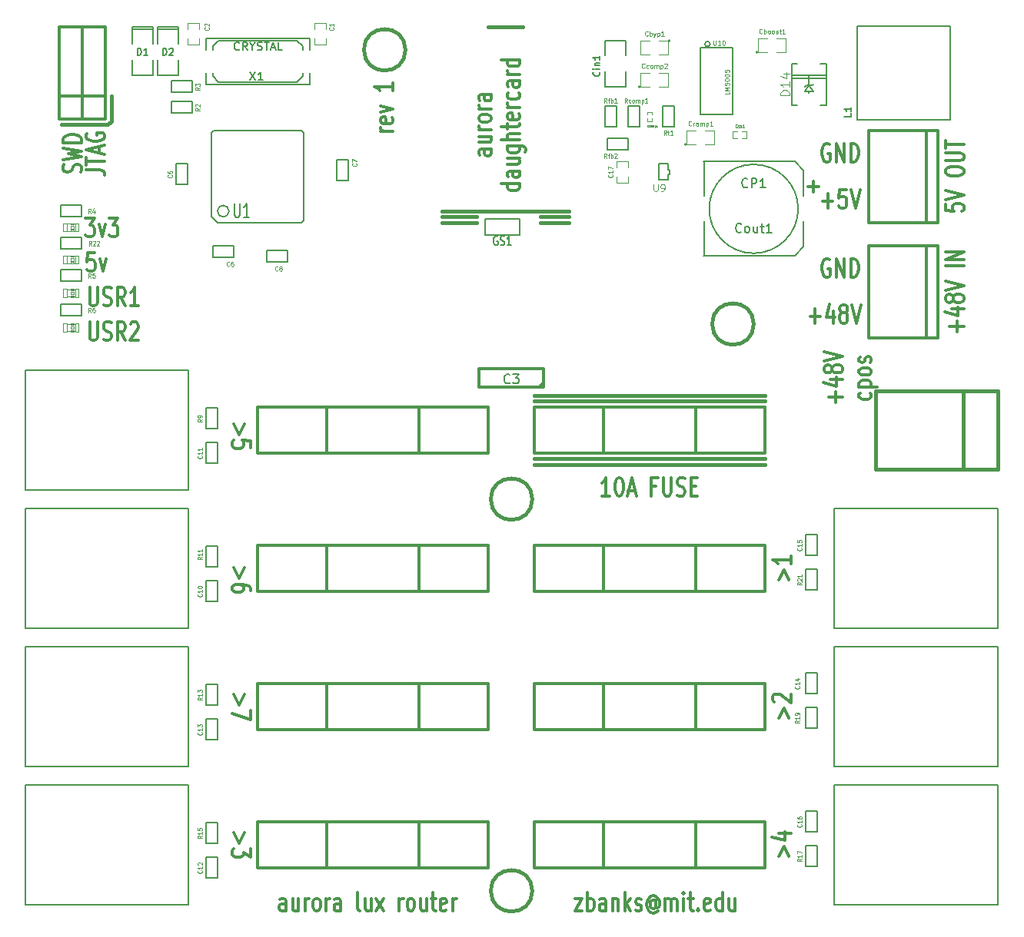
<source format=gto>
G04 (created by PCBNEW (2013-mar-13)-testing) date Mon 20 Jan 2014 04:57:44 AM EST*
%MOIN*%
G04 Gerber Fmt 3.4, Leading zero omitted, Abs format*
%FSLAX34Y34*%
G01*
G70*
G90*
G04 APERTURE LIST*
%ADD10C,0.005906*%
%ADD11C,0.012000*%
%ADD12C,0.015000*%
%ADD13C,0.005000*%
%ADD14C,0.008000*%
%ADD15C,0.002600*%
%ADD16C,0.004000*%
%ADD17C,0.004700*%
%ADD18C,0.003900*%
%ADD19C,0.003150*%
%ADD20C,0.002800*%
%ADD21C,0.004500*%
%ADD22C,0.004300*%
%ADD23C,0.001969*%
%ADD24C,0.006200*%
%ADD25C,0.005118*%
G04 APERTURE END LIST*
G54D10*
G54D11*
X51707Y-23311D02*
X51707Y-23959D01*
X51735Y-24035D01*
X51764Y-24073D01*
X51821Y-24111D01*
X51935Y-24111D01*
X51992Y-24073D01*
X52021Y-24035D01*
X52050Y-23959D01*
X52050Y-23311D01*
X52307Y-24073D02*
X52392Y-24111D01*
X52535Y-24111D01*
X52592Y-24073D01*
X52621Y-24035D01*
X52650Y-23959D01*
X52650Y-23883D01*
X52621Y-23807D01*
X52592Y-23769D01*
X52535Y-23730D01*
X52421Y-23692D01*
X52364Y-23654D01*
X52335Y-23616D01*
X52307Y-23540D01*
X52307Y-23464D01*
X52335Y-23388D01*
X52364Y-23350D01*
X52421Y-23311D01*
X52564Y-23311D01*
X52650Y-23350D01*
X53250Y-24111D02*
X53050Y-23730D01*
X52907Y-24111D02*
X52907Y-23311D01*
X53135Y-23311D01*
X53192Y-23350D01*
X53221Y-23388D01*
X53250Y-23464D01*
X53250Y-23578D01*
X53221Y-23654D01*
X53192Y-23692D01*
X53135Y-23730D01*
X52907Y-23730D01*
X53478Y-23388D02*
X53507Y-23350D01*
X53564Y-23311D01*
X53707Y-23311D01*
X53764Y-23350D01*
X53792Y-23388D01*
X53821Y-23464D01*
X53821Y-23540D01*
X53792Y-23654D01*
X53450Y-24111D01*
X53821Y-24111D01*
X51707Y-21811D02*
X51707Y-22459D01*
X51735Y-22535D01*
X51764Y-22573D01*
X51821Y-22611D01*
X51935Y-22611D01*
X51992Y-22573D01*
X52021Y-22535D01*
X52050Y-22459D01*
X52050Y-21811D01*
X52307Y-22573D02*
X52392Y-22611D01*
X52535Y-22611D01*
X52592Y-22573D01*
X52621Y-22535D01*
X52650Y-22459D01*
X52650Y-22383D01*
X52621Y-22307D01*
X52592Y-22269D01*
X52535Y-22230D01*
X52421Y-22192D01*
X52364Y-22154D01*
X52335Y-22116D01*
X52307Y-22040D01*
X52307Y-21964D01*
X52335Y-21888D01*
X52364Y-21850D01*
X52421Y-21811D01*
X52564Y-21811D01*
X52650Y-21850D01*
X53250Y-22611D02*
X53050Y-22230D01*
X52907Y-22611D02*
X52907Y-21811D01*
X53135Y-21811D01*
X53192Y-21850D01*
X53221Y-21888D01*
X53250Y-21964D01*
X53250Y-22078D01*
X53221Y-22154D01*
X53192Y-22192D01*
X53135Y-22230D01*
X52907Y-22230D01*
X53821Y-22611D02*
X53478Y-22611D01*
X53650Y-22611D02*
X53650Y-21811D01*
X53592Y-21926D01*
X53535Y-22002D01*
X53478Y-22040D01*
X51914Y-20311D02*
X51628Y-20311D01*
X51600Y-20692D01*
X51628Y-20654D01*
X51685Y-20616D01*
X51828Y-20616D01*
X51885Y-20654D01*
X51914Y-20692D01*
X51942Y-20769D01*
X51942Y-20959D01*
X51914Y-21035D01*
X51885Y-21073D01*
X51828Y-21111D01*
X51685Y-21111D01*
X51628Y-21073D01*
X51600Y-21035D01*
X52142Y-20578D02*
X52285Y-21111D01*
X52428Y-20578D01*
X51535Y-18811D02*
X51907Y-18811D01*
X51707Y-19116D01*
X51792Y-19116D01*
X51850Y-19154D01*
X51878Y-19192D01*
X51907Y-19269D01*
X51907Y-19459D01*
X51878Y-19535D01*
X51850Y-19573D01*
X51792Y-19611D01*
X51621Y-19611D01*
X51564Y-19573D01*
X51535Y-19535D01*
X52107Y-19078D02*
X52250Y-19611D01*
X52392Y-19078D01*
X52564Y-18811D02*
X52935Y-18811D01*
X52735Y-19116D01*
X52821Y-19116D01*
X52878Y-19154D01*
X52907Y-19192D01*
X52935Y-19269D01*
X52935Y-19459D01*
X52907Y-19535D01*
X52878Y-19573D01*
X52821Y-19611D01*
X52650Y-19611D01*
X52592Y-19573D01*
X52564Y-19535D01*
G54D12*
X52650Y-14600D02*
X52650Y-13500D01*
X52500Y-14750D02*
X52650Y-14600D01*
X51250Y-14750D02*
X52500Y-14750D01*
X50500Y-14750D02*
X51250Y-14750D01*
G54D11*
X51561Y-16700D02*
X52133Y-16700D01*
X52247Y-16728D01*
X52323Y-16785D01*
X52361Y-16871D01*
X52361Y-16928D01*
X51561Y-16500D02*
X51561Y-16157D01*
X52361Y-16328D02*
X51561Y-16328D01*
X52133Y-15985D02*
X52133Y-15700D01*
X52361Y-16042D02*
X51561Y-15842D01*
X52361Y-15642D01*
X51600Y-15128D02*
X51561Y-15185D01*
X51561Y-15271D01*
X51600Y-15357D01*
X51676Y-15414D01*
X51752Y-15442D01*
X51904Y-15471D01*
X52019Y-15471D01*
X52171Y-15442D01*
X52247Y-15414D01*
X52323Y-15357D01*
X52361Y-15271D01*
X52361Y-15214D01*
X52323Y-15128D01*
X52285Y-15100D01*
X52019Y-15100D01*
X52019Y-15214D01*
X51323Y-16814D02*
X51361Y-16728D01*
X51361Y-16585D01*
X51323Y-16528D01*
X51285Y-16500D01*
X51209Y-16471D01*
X51133Y-16471D01*
X51057Y-16500D01*
X51019Y-16528D01*
X50980Y-16585D01*
X50942Y-16700D01*
X50904Y-16757D01*
X50866Y-16785D01*
X50790Y-16814D01*
X50714Y-16814D01*
X50638Y-16785D01*
X50600Y-16757D01*
X50561Y-16700D01*
X50561Y-16557D01*
X50600Y-16471D01*
X50561Y-16271D02*
X51361Y-16128D01*
X50790Y-16014D01*
X51361Y-15899D01*
X50561Y-15757D01*
X51361Y-15528D02*
X50561Y-15528D01*
X50561Y-15385D01*
X50600Y-15299D01*
X50676Y-15242D01*
X50752Y-15214D01*
X50904Y-15185D01*
X51019Y-15185D01*
X51171Y-15214D01*
X51247Y-15242D01*
X51323Y-15299D01*
X51361Y-15385D01*
X51361Y-15528D01*
X64861Y-15042D02*
X64328Y-15042D01*
X64480Y-15042D02*
X64404Y-15014D01*
X64366Y-14985D01*
X64328Y-14928D01*
X64328Y-14871D01*
X64823Y-14442D02*
X64861Y-14500D01*
X64861Y-14614D01*
X64823Y-14671D01*
X64747Y-14700D01*
X64442Y-14700D01*
X64366Y-14671D01*
X64328Y-14614D01*
X64328Y-14500D01*
X64366Y-14442D01*
X64442Y-14414D01*
X64519Y-14414D01*
X64595Y-14700D01*
X64328Y-14214D02*
X64861Y-14071D01*
X64328Y-13928D01*
X64861Y-12928D02*
X64861Y-13271D01*
X64861Y-13100D02*
X64061Y-13100D01*
X64176Y-13157D01*
X64252Y-13214D01*
X64290Y-13271D01*
X72750Y-48328D02*
X73064Y-48328D01*
X72750Y-48861D01*
X73064Y-48861D01*
X73292Y-48861D02*
X73292Y-48061D01*
X73292Y-48366D02*
X73350Y-48328D01*
X73464Y-48328D01*
X73521Y-48366D01*
X73550Y-48404D01*
X73578Y-48480D01*
X73578Y-48709D01*
X73550Y-48785D01*
X73521Y-48823D01*
X73464Y-48861D01*
X73350Y-48861D01*
X73292Y-48823D01*
X74092Y-48861D02*
X74092Y-48442D01*
X74064Y-48366D01*
X74007Y-48328D01*
X73892Y-48328D01*
X73835Y-48366D01*
X74092Y-48823D02*
X74035Y-48861D01*
X73892Y-48861D01*
X73835Y-48823D01*
X73807Y-48747D01*
X73807Y-48671D01*
X73835Y-48595D01*
X73892Y-48557D01*
X74035Y-48557D01*
X74092Y-48519D01*
X74378Y-48328D02*
X74378Y-48861D01*
X74378Y-48404D02*
X74407Y-48366D01*
X74464Y-48328D01*
X74550Y-48328D01*
X74607Y-48366D01*
X74635Y-48442D01*
X74635Y-48861D01*
X74921Y-48861D02*
X74921Y-48061D01*
X74978Y-48557D02*
X75150Y-48861D01*
X75150Y-48328D02*
X74921Y-48633D01*
X75378Y-48823D02*
X75435Y-48861D01*
X75550Y-48861D01*
X75607Y-48823D01*
X75635Y-48747D01*
X75635Y-48709D01*
X75607Y-48633D01*
X75550Y-48595D01*
X75464Y-48595D01*
X75407Y-48557D01*
X75378Y-48480D01*
X75378Y-48442D01*
X75407Y-48366D01*
X75464Y-48328D01*
X75550Y-48328D01*
X75607Y-48366D01*
X76264Y-48480D02*
X76235Y-48442D01*
X76178Y-48404D01*
X76121Y-48404D01*
X76064Y-48442D01*
X76035Y-48480D01*
X76007Y-48557D01*
X76007Y-48633D01*
X76035Y-48709D01*
X76064Y-48747D01*
X76121Y-48785D01*
X76178Y-48785D01*
X76235Y-48747D01*
X76264Y-48709D01*
X76264Y-48404D02*
X76264Y-48709D01*
X76292Y-48747D01*
X76321Y-48747D01*
X76378Y-48709D01*
X76407Y-48633D01*
X76407Y-48442D01*
X76350Y-48328D01*
X76264Y-48252D01*
X76150Y-48214D01*
X76035Y-48252D01*
X75950Y-48328D01*
X75892Y-48442D01*
X75864Y-48595D01*
X75892Y-48747D01*
X75950Y-48861D01*
X76035Y-48938D01*
X76150Y-48976D01*
X76264Y-48938D01*
X76350Y-48861D01*
X76664Y-48861D02*
X76664Y-48328D01*
X76664Y-48404D02*
X76692Y-48366D01*
X76750Y-48328D01*
X76835Y-48328D01*
X76892Y-48366D01*
X76921Y-48442D01*
X76921Y-48861D01*
X76921Y-48442D02*
X76950Y-48366D01*
X77007Y-48328D01*
X77092Y-48328D01*
X77150Y-48366D01*
X77178Y-48442D01*
X77178Y-48861D01*
X77464Y-48861D02*
X77464Y-48328D01*
X77464Y-48061D02*
X77435Y-48100D01*
X77464Y-48138D01*
X77492Y-48100D01*
X77464Y-48061D01*
X77464Y-48138D01*
X77664Y-48328D02*
X77892Y-48328D01*
X77750Y-48061D02*
X77750Y-48747D01*
X77778Y-48823D01*
X77835Y-48861D01*
X77892Y-48861D01*
X78092Y-48785D02*
X78121Y-48823D01*
X78092Y-48861D01*
X78064Y-48823D01*
X78092Y-48785D01*
X78092Y-48861D01*
X78607Y-48823D02*
X78550Y-48861D01*
X78435Y-48861D01*
X78378Y-48823D01*
X78350Y-48747D01*
X78350Y-48442D01*
X78378Y-48366D01*
X78435Y-48328D01*
X78550Y-48328D01*
X78607Y-48366D01*
X78635Y-48442D01*
X78635Y-48519D01*
X78350Y-48595D01*
X79150Y-48861D02*
X79150Y-48061D01*
X79150Y-48823D02*
X79092Y-48861D01*
X78978Y-48861D01*
X78921Y-48823D01*
X78892Y-48785D01*
X78864Y-48709D01*
X78864Y-48480D01*
X78892Y-48404D01*
X78921Y-48366D01*
X78978Y-48328D01*
X79092Y-48328D01*
X79150Y-48366D01*
X79692Y-48328D02*
X79692Y-48861D01*
X79435Y-48328D02*
X79435Y-48747D01*
X79464Y-48823D01*
X79521Y-48861D01*
X79607Y-48861D01*
X79664Y-48823D01*
X79692Y-48785D01*
X60221Y-48861D02*
X60221Y-48442D01*
X60192Y-48366D01*
X60135Y-48328D01*
X60021Y-48328D01*
X59964Y-48366D01*
X60221Y-48823D02*
X60164Y-48861D01*
X60021Y-48861D01*
X59964Y-48823D01*
X59935Y-48747D01*
X59935Y-48671D01*
X59964Y-48595D01*
X60021Y-48557D01*
X60164Y-48557D01*
X60221Y-48519D01*
X60764Y-48328D02*
X60764Y-48861D01*
X60507Y-48328D02*
X60507Y-48747D01*
X60535Y-48823D01*
X60592Y-48861D01*
X60678Y-48861D01*
X60735Y-48823D01*
X60764Y-48785D01*
X61049Y-48861D02*
X61049Y-48328D01*
X61049Y-48480D02*
X61078Y-48404D01*
X61107Y-48366D01*
X61164Y-48328D01*
X61221Y-48328D01*
X61507Y-48861D02*
X61450Y-48823D01*
X61421Y-48785D01*
X61392Y-48709D01*
X61392Y-48480D01*
X61421Y-48404D01*
X61450Y-48366D01*
X61507Y-48328D01*
X61592Y-48328D01*
X61650Y-48366D01*
X61678Y-48404D01*
X61707Y-48480D01*
X61707Y-48709D01*
X61678Y-48785D01*
X61650Y-48823D01*
X61592Y-48861D01*
X61507Y-48861D01*
X61964Y-48861D02*
X61964Y-48328D01*
X61964Y-48480D02*
X61992Y-48404D01*
X62021Y-48366D01*
X62078Y-48328D01*
X62135Y-48328D01*
X62592Y-48861D02*
X62592Y-48442D01*
X62564Y-48366D01*
X62507Y-48328D01*
X62392Y-48328D01*
X62335Y-48366D01*
X62592Y-48823D02*
X62535Y-48861D01*
X62392Y-48861D01*
X62335Y-48823D01*
X62307Y-48747D01*
X62307Y-48671D01*
X62335Y-48595D01*
X62392Y-48557D01*
X62535Y-48557D01*
X62592Y-48519D01*
X63421Y-48861D02*
X63364Y-48823D01*
X63335Y-48747D01*
X63335Y-48061D01*
X63907Y-48328D02*
X63907Y-48861D01*
X63650Y-48328D02*
X63650Y-48747D01*
X63678Y-48823D01*
X63735Y-48861D01*
X63821Y-48861D01*
X63878Y-48823D01*
X63907Y-48785D01*
X64135Y-48861D02*
X64450Y-48328D01*
X64135Y-48328D02*
X64450Y-48861D01*
X65135Y-48861D02*
X65135Y-48328D01*
X65135Y-48480D02*
X65164Y-48404D01*
X65192Y-48366D01*
X65250Y-48328D01*
X65307Y-48328D01*
X65592Y-48861D02*
X65535Y-48823D01*
X65507Y-48785D01*
X65478Y-48709D01*
X65478Y-48480D01*
X65507Y-48404D01*
X65535Y-48366D01*
X65592Y-48328D01*
X65678Y-48328D01*
X65735Y-48366D01*
X65764Y-48404D01*
X65792Y-48480D01*
X65792Y-48709D01*
X65764Y-48785D01*
X65735Y-48823D01*
X65678Y-48861D01*
X65592Y-48861D01*
X66307Y-48328D02*
X66307Y-48861D01*
X66050Y-48328D02*
X66050Y-48747D01*
X66078Y-48823D01*
X66135Y-48861D01*
X66221Y-48861D01*
X66278Y-48823D01*
X66307Y-48785D01*
X66507Y-48328D02*
X66735Y-48328D01*
X66592Y-48061D02*
X66592Y-48747D01*
X66621Y-48823D01*
X66678Y-48861D01*
X66735Y-48861D01*
X67164Y-48823D02*
X67107Y-48861D01*
X66992Y-48861D01*
X66935Y-48823D01*
X66907Y-48747D01*
X66907Y-48442D01*
X66935Y-48366D01*
X66992Y-48328D01*
X67107Y-48328D01*
X67164Y-48366D01*
X67192Y-48442D01*
X67192Y-48519D01*
X66907Y-48595D01*
X67450Y-48861D02*
X67450Y-48328D01*
X67450Y-48480D02*
X67478Y-48404D01*
X67507Y-48366D01*
X67564Y-48328D01*
X67621Y-48328D01*
X58421Y-27735D02*
X58192Y-28192D01*
X57964Y-27735D01*
X58688Y-28764D02*
X58688Y-28478D01*
X58307Y-28450D01*
X58345Y-28478D01*
X58383Y-28535D01*
X58383Y-28678D01*
X58345Y-28735D01*
X58307Y-28764D01*
X58230Y-28792D01*
X58040Y-28792D01*
X57964Y-28764D01*
X57926Y-28735D01*
X57888Y-28678D01*
X57888Y-28535D01*
X57926Y-28478D01*
X57964Y-28450D01*
X58421Y-33985D02*
X58192Y-34442D01*
X57964Y-33985D01*
X58688Y-34985D02*
X58688Y-34871D01*
X58650Y-34814D01*
X58611Y-34785D01*
X58497Y-34728D01*
X58345Y-34700D01*
X58040Y-34700D01*
X57964Y-34728D01*
X57926Y-34757D01*
X57888Y-34814D01*
X57888Y-34928D01*
X57926Y-34985D01*
X57964Y-35014D01*
X58040Y-35042D01*
X58230Y-35042D01*
X58307Y-35014D01*
X58345Y-34985D01*
X58383Y-34928D01*
X58383Y-34814D01*
X58345Y-34757D01*
X58307Y-34728D01*
X58230Y-34700D01*
X58421Y-39485D02*
X58192Y-39942D01*
X57964Y-39485D01*
X58688Y-40171D02*
X58688Y-40571D01*
X57888Y-40314D01*
X81578Y-46514D02*
X81807Y-46057D01*
X82035Y-46514D01*
X81578Y-45514D02*
X82111Y-45514D01*
X81273Y-45657D02*
X81845Y-45800D01*
X81845Y-45428D01*
X58421Y-45485D02*
X58192Y-45942D01*
X57964Y-45485D01*
X58688Y-46171D02*
X58688Y-46542D01*
X58383Y-46342D01*
X58383Y-46428D01*
X58345Y-46485D01*
X58307Y-46514D01*
X58230Y-46542D01*
X58040Y-46542D01*
X57964Y-46514D01*
X57926Y-46485D01*
X57888Y-46428D01*
X57888Y-46257D01*
X57926Y-46200D01*
X57964Y-46171D01*
X81578Y-40514D02*
X81807Y-40057D01*
X82035Y-40514D01*
X81388Y-39800D02*
X81350Y-39771D01*
X81311Y-39714D01*
X81311Y-39571D01*
X81350Y-39514D01*
X81388Y-39485D01*
X81464Y-39457D01*
X81540Y-39457D01*
X81654Y-39485D01*
X82111Y-39828D01*
X82111Y-39457D01*
X81578Y-34514D02*
X81807Y-34057D01*
X82035Y-34514D01*
X82111Y-33457D02*
X82111Y-33800D01*
X82111Y-33628D02*
X81311Y-33628D01*
X81426Y-33685D01*
X81502Y-33742D01*
X81540Y-33800D01*
G54D12*
X81000Y-29500D02*
X71000Y-29500D01*
X71000Y-26500D02*
X81000Y-26500D01*
X81000Y-29250D02*
X71000Y-29250D01*
X71000Y-26750D02*
X81000Y-26750D01*
X69000Y-10500D02*
X70500Y-10500D01*
X71250Y-19000D02*
X72500Y-19000D01*
X67000Y-19000D02*
X68500Y-19000D01*
X71250Y-18750D02*
X72500Y-18750D01*
X67000Y-18750D02*
X68500Y-18750D01*
X67000Y-18500D02*
X72500Y-18500D01*
G54D11*
X69111Y-15807D02*
X68692Y-15807D01*
X68616Y-15835D01*
X68578Y-15892D01*
X68578Y-16007D01*
X68616Y-16064D01*
X69073Y-15807D02*
X69111Y-15864D01*
X69111Y-16007D01*
X69073Y-16064D01*
X68997Y-16092D01*
X68921Y-16092D01*
X68845Y-16064D01*
X68807Y-16007D01*
X68807Y-15864D01*
X68769Y-15807D01*
X68578Y-15264D02*
X69111Y-15264D01*
X68578Y-15521D02*
X68997Y-15521D01*
X69073Y-15492D01*
X69111Y-15435D01*
X69111Y-15350D01*
X69073Y-15292D01*
X69035Y-15264D01*
X69111Y-14978D02*
X68578Y-14978D01*
X68730Y-14978D02*
X68654Y-14950D01*
X68616Y-14921D01*
X68578Y-14864D01*
X68578Y-14807D01*
X69111Y-14521D02*
X69073Y-14578D01*
X69035Y-14607D01*
X68959Y-14635D01*
X68730Y-14635D01*
X68654Y-14607D01*
X68616Y-14578D01*
X68578Y-14521D01*
X68578Y-14435D01*
X68616Y-14378D01*
X68654Y-14350D01*
X68730Y-14321D01*
X68959Y-14321D01*
X69035Y-14350D01*
X69073Y-14378D01*
X69111Y-14435D01*
X69111Y-14521D01*
X69111Y-14064D02*
X68578Y-14064D01*
X68730Y-14064D02*
X68654Y-14035D01*
X68616Y-14007D01*
X68578Y-13950D01*
X68578Y-13892D01*
X69111Y-13435D02*
X68692Y-13435D01*
X68616Y-13464D01*
X68578Y-13521D01*
X68578Y-13635D01*
X68616Y-13692D01*
X69073Y-13435D02*
X69111Y-13492D01*
X69111Y-13635D01*
X69073Y-13692D01*
X68997Y-13721D01*
X68921Y-13721D01*
X68845Y-13692D01*
X68807Y-13635D01*
X68807Y-13492D01*
X68769Y-13435D01*
X70351Y-17307D02*
X69551Y-17307D01*
X70313Y-17307D02*
X70351Y-17364D01*
X70351Y-17478D01*
X70313Y-17535D01*
X70275Y-17564D01*
X70199Y-17592D01*
X69970Y-17592D01*
X69894Y-17564D01*
X69856Y-17535D01*
X69818Y-17478D01*
X69818Y-17364D01*
X69856Y-17307D01*
X70351Y-16764D02*
X69932Y-16764D01*
X69856Y-16792D01*
X69818Y-16850D01*
X69818Y-16964D01*
X69856Y-17021D01*
X70313Y-16764D02*
X70351Y-16821D01*
X70351Y-16964D01*
X70313Y-17021D01*
X70237Y-17050D01*
X70161Y-17050D01*
X70085Y-17021D01*
X70047Y-16964D01*
X70047Y-16821D01*
X70009Y-16764D01*
X69818Y-16221D02*
X70351Y-16221D01*
X69818Y-16478D02*
X70237Y-16478D01*
X70313Y-16450D01*
X70351Y-16392D01*
X70351Y-16307D01*
X70313Y-16250D01*
X70275Y-16221D01*
X69818Y-15678D02*
X70466Y-15678D01*
X70542Y-15707D01*
X70580Y-15735D01*
X70618Y-15792D01*
X70618Y-15878D01*
X70580Y-15935D01*
X70313Y-15678D02*
X70351Y-15735D01*
X70351Y-15850D01*
X70313Y-15907D01*
X70275Y-15935D01*
X70199Y-15964D01*
X69970Y-15964D01*
X69894Y-15935D01*
X69856Y-15907D01*
X69818Y-15850D01*
X69818Y-15735D01*
X69856Y-15678D01*
X70351Y-15392D02*
X69551Y-15392D01*
X70351Y-15135D02*
X69932Y-15135D01*
X69856Y-15164D01*
X69818Y-15221D01*
X69818Y-15307D01*
X69856Y-15364D01*
X69894Y-15392D01*
X69818Y-14935D02*
X69818Y-14707D01*
X69551Y-14850D02*
X70237Y-14850D01*
X70313Y-14821D01*
X70351Y-14764D01*
X70351Y-14707D01*
X70313Y-14278D02*
X70351Y-14335D01*
X70351Y-14450D01*
X70313Y-14507D01*
X70237Y-14535D01*
X69932Y-14535D01*
X69856Y-14507D01*
X69818Y-14450D01*
X69818Y-14335D01*
X69856Y-14278D01*
X69932Y-14250D01*
X70009Y-14250D01*
X70085Y-14535D01*
X70351Y-13992D02*
X69818Y-13992D01*
X69970Y-13992D02*
X69894Y-13964D01*
X69856Y-13935D01*
X69818Y-13878D01*
X69818Y-13821D01*
X70313Y-13364D02*
X70351Y-13421D01*
X70351Y-13535D01*
X70313Y-13592D01*
X70275Y-13621D01*
X70199Y-13650D01*
X69970Y-13650D01*
X69894Y-13621D01*
X69856Y-13592D01*
X69818Y-13535D01*
X69818Y-13421D01*
X69856Y-13364D01*
X70351Y-12850D02*
X69932Y-12850D01*
X69856Y-12878D01*
X69818Y-12935D01*
X69818Y-13050D01*
X69856Y-13107D01*
X70313Y-12850D02*
X70351Y-12907D01*
X70351Y-13050D01*
X70313Y-13107D01*
X70237Y-13135D01*
X70161Y-13135D01*
X70085Y-13107D01*
X70047Y-13050D01*
X70047Y-12907D01*
X70009Y-12850D01*
X70351Y-12564D02*
X69818Y-12564D01*
X69970Y-12564D02*
X69894Y-12535D01*
X69856Y-12507D01*
X69818Y-12450D01*
X69818Y-12392D01*
X70351Y-11935D02*
X69551Y-11935D01*
X70313Y-11935D02*
X70351Y-11992D01*
X70351Y-12107D01*
X70313Y-12164D01*
X70275Y-12192D01*
X70199Y-12221D01*
X69970Y-12221D01*
X69894Y-12192D01*
X69856Y-12164D01*
X69818Y-12107D01*
X69818Y-11992D01*
X69856Y-11935D01*
X74271Y-30861D02*
X73928Y-30861D01*
X74099Y-30861D02*
X74099Y-30061D01*
X74042Y-30176D01*
X73985Y-30252D01*
X73928Y-30290D01*
X74642Y-30061D02*
X74700Y-30061D01*
X74757Y-30100D01*
X74785Y-30138D01*
X74814Y-30214D01*
X74842Y-30366D01*
X74842Y-30557D01*
X74814Y-30709D01*
X74785Y-30785D01*
X74757Y-30823D01*
X74700Y-30861D01*
X74642Y-30861D01*
X74585Y-30823D01*
X74557Y-30785D01*
X74528Y-30709D01*
X74500Y-30557D01*
X74500Y-30366D01*
X74528Y-30214D01*
X74557Y-30138D01*
X74585Y-30100D01*
X74642Y-30061D01*
X75071Y-30633D02*
X75357Y-30633D01*
X75014Y-30861D02*
X75214Y-30061D01*
X75414Y-30861D01*
X76271Y-30442D02*
X76071Y-30442D01*
X76071Y-30861D02*
X76071Y-30061D01*
X76357Y-30061D01*
X76585Y-30061D02*
X76585Y-30709D01*
X76614Y-30785D01*
X76642Y-30823D01*
X76700Y-30861D01*
X76814Y-30861D01*
X76871Y-30823D01*
X76900Y-30785D01*
X76928Y-30709D01*
X76928Y-30061D01*
X77185Y-30823D02*
X77271Y-30861D01*
X77414Y-30861D01*
X77471Y-30823D01*
X77500Y-30785D01*
X77528Y-30709D01*
X77528Y-30633D01*
X77500Y-30557D01*
X77471Y-30519D01*
X77414Y-30480D01*
X77300Y-30442D01*
X77242Y-30404D01*
X77214Y-30366D01*
X77185Y-30290D01*
X77185Y-30214D01*
X77214Y-30138D01*
X77242Y-30100D01*
X77300Y-30061D01*
X77442Y-30061D01*
X77528Y-30100D01*
X77785Y-30442D02*
X77985Y-30442D01*
X78071Y-30861D02*
X77785Y-30861D01*
X77785Y-30061D01*
X78071Y-30061D01*
X89307Y-23742D02*
X89307Y-23285D01*
X89611Y-23514D02*
X89002Y-23514D01*
X89078Y-22742D02*
X89611Y-22742D01*
X88773Y-22885D02*
X89345Y-23028D01*
X89345Y-22657D01*
X89154Y-22342D02*
X89116Y-22399D01*
X89078Y-22428D01*
X89002Y-22457D01*
X88964Y-22457D01*
X88888Y-22428D01*
X88850Y-22399D01*
X88811Y-22342D01*
X88811Y-22228D01*
X88850Y-22171D01*
X88888Y-22142D01*
X88964Y-22114D01*
X89002Y-22114D01*
X89078Y-22142D01*
X89116Y-22171D01*
X89154Y-22228D01*
X89154Y-22342D01*
X89192Y-22399D01*
X89230Y-22428D01*
X89307Y-22457D01*
X89459Y-22457D01*
X89535Y-22428D01*
X89573Y-22399D01*
X89611Y-22342D01*
X89611Y-22228D01*
X89573Y-22171D01*
X89535Y-22142D01*
X89459Y-22114D01*
X89307Y-22114D01*
X89230Y-22142D01*
X89192Y-22171D01*
X89154Y-22228D01*
X88811Y-21942D02*
X89611Y-21742D01*
X88811Y-21542D01*
X89611Y-20885D02*
X88811Y-20885D01*
X89611Y-20599D02*
X88811Y-20599D01*
X89611Y-20257D01*
X88811Y-20257D01*
X88811Y-18200D02*
X88811Y-18485D01*
X89192Y-18514D01*
X89154Y-18485D01*
X89116Y-18428D01*
X89116Y-18285D01*
X89154Y-18228D01*
X89192Y-18200D01*
X89269Y-18171D01*
X89459Y-18171D01*
X89535Y-18200D01*
X89573Y-18228D01*
X89611Y-18285D01*
X89611Y-18428D01*
X89573Y-18485D01*
X89535Y-18514D01*
X88811Y-17999D02*
X89611Y-17799D01*
X88811Y-17599D01*
X88811Y-16828D02*
X88811Y-16714D01*
X88850Y-16657D01*
X88926Y-16599D01*
X89078Y-16571D01*
X89345Y-16571D01*
X89497Y-16599D01*
X89573Y-16657D01*
X89611Y-16714D01*
X89611Y-16828D01*
X89573Y-16885D01*
X89497Y-16942D01*
X89345Y-16971D01*
X89078Y-16971D01*
X88926Y-16942D01*
X88850Y-16885D01*
X88811Y-16828D01*
X88811Y-16314D02*
X89459Y-16314D01*
X89535Y-16285D01*
X89573Y-16257D01*
X89611Y-16199D01*
X89611Y-16085D01*
X89573Y-16028D01*
X89535Y-15999D01*
X89459Y-15971D01*
X88811Y-15971D01*
X88811Y-15771D02*
X88811Y-15428D01*
X89611Y-15600D02*
X88811Y-15600D01*
X83478Y-18057D02*
X83935Y-18057D01*
X83707Y-18361D02*
X83707Y-17752D01*
X84507Y-17561D02*
X84221Y-17561D01*
X84192Y-17942D01*
X84221Y-17904D01*
X84278Y-17866D01*
X84421Y-17866D01*
X84478Y-17904D01*
X84507Y-17942D01*
X84535Y-18019D01*
X84535Y-18209D01*
X84507Y-18285D01*
X84478Y-18323D01*
X84421Y-18361D01*
X84278Y-18361D01*
X84221Y-18323D01*
X84192Y-18285D01*
X84707Y-17561D02*
X84907Y-18361D01*
X85107Y-17561D01*
X83792Y-15600D02*
X83735Y-15561D01*
X83650Y-15561D01*
X83564Y-15600D01*
X83507Y-15676D01*
X83478Y-15752D01*
X83450Y-15904D01*
X83450Y-16019D01*
X83478Y-16171D01*
X83507Y-16247D01*
X83564Y-16323D01*
X83650Y-16361D01*
X83707Y-16361D01*
X83792Y-16323D01*
X83821Y-16285D01*
X83821Y-16019D01*
X83707Y-16019D01*
X84078Y-16361D02*
X84078Y-15561D01*
X84421Y-16361D01*
X84421Y-15561D01*
X84707Y-16361D02*
X84707Y-15561D01*
X84850Y-15561D01*
X84935Y-15600D01*
X84992Y-15676D01*
X85021Y-15752D01*
X85050Y-15904D01*
X85050Y-16019D01*
X85021Y-16171D01*
X84992Y-16247D01*
X84935Y-16323D01*
X84850Y-16361D01*
X84707Y-16361D01*
X83792Y-20600D02*
X83735Y-20561D01*
X83650Y-20561D01*
X83564Y-20600D01*
X83507Y-20676D01*
X83478Y-20752D01*
X83450Y-20904D01*
X83450Y-21019D01*
X83478Y-21171D01*
X83507Y-21247D01*
X83564Y-21323D01*
X83650Y-21361D01*
X83707Y-21361D01*
X83792Y-21323D01*
X83821Y-21285D01*
X83821Y-21019D01*
X83707Y-21019D01*
X84078Y-21361D02*
X84078Y-20561D01*
X84421Y-21361D01*
X84421Y-20561D01*
X84707Y-21361D02*
X84707Y-20561D01*
X84850Y-20561D01*
X84935Y-20600D01*
X84992Y-20676D01*
X85021Y-20752D01*
X85050Y-20904D01*
X85050Y-21019D01*
X85021Y-21171D01*
X84992Y-21247D01*
X84935Y-21323D01*
X84850Y-21361D01*
X84707Y-21361D01*
X82942Y-23057D02*
X83400Y-23057D01*
X83171Y-23361D02*
X83171Y-22752D01*
X83942Y-22828D02*
X83942Y-23361D01*
X83800Y-22523D02*
X83657Y-23095D01*
X84028Y-23095D01*
X84342Y-22904D02*
X84285Y-22866D01*
X84257Y-22828D01*
X84228Y-22752D01*
X84228Y-22714D01*
X84257Y-22638D01*
X84285Y-22600D01*
X84342Y-22561D01*
X84457Y-22561D01*
X84514Y-22600D01*
X84542Y-22638D01*
X84571Y-22714D01*
X84571Y-22752D01*
X84542Y-22828D01*
X84514Y-22866D01*
X84457Y-22904D01*
X84342Y-22904D01*
X84285Y-22942D01*
X84257Y-22980D01*
X84228Y-23057D01*
X84228Y-23209D01*
X84257Y-23285D01*
X84285Y-23323D01*
X84342Y-23361D01*
X84457Y-23361D01*
X84514Y-23323D01*
X84542Y-23285D01*
X84571Y-23209D01*
X84571Y-23057D01*
X84542Y-22980D01*
X84514Y-22942D01*
X84457Y-22904D01*
X84742Y-22561D02*
X84942Y-23361D01*
X85142Y-22561D01*
X84057Y-26807D02*
X84057Y-26350D01*
X84361Y-26578D02*
X83752Y-26578D01*
X83828Y-25807D02*
X84361Y-25807D01*
X83523Y-25950D02*
X84095Y-26092D01*
X84095Y-25721D01*
X83904Y-25407D02*
X83866Y-25464D01*
X83828Y-25492D01*
X83752Y-25521D01*
X83714Y-25521D01*
X83638Y-25492D01*
X83600Y-25464D01*
X83561Y-25407D01*
X83561Y-25292D01*
X83600Y-25235D01*
X83638Y-25207D01*
X83714Y-25178D01*
X83752Y-25178D01*
X83828Y-25207D01*
X83866Y-25235D01*
X83904Y-25292D01*
X83904Y-25407D01*
X83942Y-25464D01*
X83980Y-25492D01*
X84057Y-25521D01*
X84209Y-25521D01*
X84285Y-25492D01*
X84323Y-25464D01*
X84361Y-25407D01*
X84361Y-25292D01*
X84323Y-25235D01*
X84285Y-25207D01*
X84209Y-25178D01*
X84057Y-25178D01*
X83980Y-25207D01*
X83942Y-25235D01*
X83904Y-25292D01*
X83561Y-25007D02*
X84361Y-24807D01*
X83561Y-24607D01*
X85563Y-26392D02*
X85601Y-26450D01*
X85601Y-26564D01*
X85563Y-26621D01*
X85525Y-26650D01*
X85449Y-26678D01*
X85220Y-26678D01*
X85144Y-26650D01*
X85106Y-26621D01*
X85068Y-26564D01*
X85068Y-26450D01*
X85106Y-26392D01*
X85068Y-26135D02*
X85868Y-26135D01*
X85106Y-26135D02*
X85068Y-26078D01*
X85068Y-25964D01*
X85106Y-25907D01*
X85144Y-25878D01*
X85220Y-25850D01*
X85449Y-25850D01*
X85525Y-25878D01*
X85563Y-25907D01*
X85601Y-25964D01*
X85601Y-26078D01*
X85563Y-26135D01*
X85601Y-25507D02*
X85563Y-25564D01*
X85525Y-25592D01*
X85449Y-25621D01*
X85220Y-25621D01*
X85144Y-25592D01*
X85106Y-25564D01*
X85068Y-25507D01*
X85068Y-25421D01*
X85106Y-25364D01*
X85144Y-25335D01*
X85220Y-25307D01*
X85449Y-25307D01*
X85525Y-25335D01*
X85563Y-25364D01*
X85601Y-25421D01*
X85601Y-25507D01*
X85563Y-25078D02*
X85601Y-25021D01*
X85601Y-24907D01*
X85563Y-24850D01*
X85487Y-24821D01*
X85449Y-24821D01*
X85373Y-24850D01*
X85335Y-24907D01*
X85335Y-24992D01*
X85297Y-25050D01*
X85220Y-25078D01*
X85182Y-25078D01*
X85106Y-25050D01*
X85068Y-24992D01*
X85068Y-24907D01*
X85106Y-24850D01*
G54D12*
X90800Y-29700D02*
X91100Y-29700D01*
X91100Y-29700D02*
X91100Y-26300D01*
X91100Y-26300D02*
X90800Y-26300D01*
X89600Y-29700D02*
X89600Y-26300D01*
X85800Y-29700D02*
X85800Y-26300D01*
X90800Y-26300D02*
X85800Y-26300D01*
X90800Y-29700D02*
X85800Y-29700D01*
G54D10*
X84000Y-48598D02*
X84000Y-43401D01*
X84000Y-43401D02*
X91090Y-43401D01*
X91090Y-43401D02*
X91090Y-48598D01*
X91090Y-48598D02*
X84000Y-48598D01*
G54D13*
X79600Y-11400D02*
X79600Y-14300D01*
X79600Y-14300D02*
X78300Y-14300D01*
X78300Y-14300D02*
X78200Y-14300D01*
X78200Y-14300D02*
X78200Y-11500D01*
X78200Y-11500D02*
X78200Y-11400D01*
X78200Y-11400D02*
X79600Y-11400D01*
X78611Y-11250D02*
G75*
G03X78611Y-11250I-111J0D01*
G74*
G01*
G54D14*
X57250Y-19000D02*
X57000Y-18750D01*
X57000Y-18750D02*
X57000Y-15100D01*
X57000Y-15100D02*
X57100Y-15000D01*
X57100Y-15000D02*
X60900Y-15000D01*
X60900Y-15000D02*
X61000Y-15100D01*
X61000Y-15100D02*
X61000Y-18900D01*
X61000Y-18900D02*
X60900Y-19000D01*
X60900Y-19000D02*
X57250Y-19000D01*
X57750Y-18500D02*
G75*
G03X57750Y-18500I-250J0D01*
G74*
G01*
G54D13*
X83250Y-44550D02*
X83250Y-45450D01*
X83250Y-45450D02*
X82750Y-45450D01*
X82750Y-45450D02*
X82750Y-44550D01*
X82750Y-44550D02*
X83250Y-44550D01*
X83250Y-32550D02*
X83250Y-33450D01*
X83250Y-33450D02*
X82750Y-33450D01*
X82750Y-33450D02*
X82750Y-32550D01*
X82750Y-32550D02*
X83250Y-32550D01*
X83250Y-38550D02*
X83250Y-39450D01*
X83250Y-39450D02*
X82750Y-39450D01*
X82750Y-39450D02*
X82750Y-38550D01*
X82750Y-38550D02*
X83250Y-38550D01*
X55450Y-17350D02*
X55450Y-16450D01*
X55450Y-16450D02*
X55950Y-16450D01*
X55950Y-16450D02*
X55950Y-17350D01*
X55950Y-17350D02*
X55450Y-17350D01*
X57050Y-20000D02*
X57950Y-20000D01*
X57950Y-20000D02*
X57950Y-20500D01*
X57950Y-20500D02*
X57050Y-20500D01*
X57050Y-20500D02*
X57050Y-20000D01*
X62425Y-17175D02*
X62425Y-16275D01*
X62425Y-16275D02*
X62925Y-16275D01*
X62925Y-16275D02*
X62925Y-17175D01*
X62925Y-17175D02*
X62425Y-17175D01*
X59400Y-20200D02*
X60300Y-20200D01*
X60300Y-20200D02*
X60300Y-20700D01*
X60300Y-20700D02*
X59400Y-20700D01*
X59400Y-20700D02*
X59400Y-20200D01*
X56750Y-41450D02*
X56750Y-40550D01*
X56750Y-40550D02*
X57250Y-40550D01*
X57250Y-40550D02*
X57250Y-41450D01*
X57250Y-41450D02*
X56750Y-41450D01*
X56750Y-35450D02*
X56750Y-34550D01*
X56750Y-34550D02*
X57250Y-34550D01*
X57250Y-34550D02*
X57250Y-35450D01*
X57250Y-35450D02*
X56750Y-35450D01*
X56750Y-29450D02*
X56750Y-28550D01*
X56750Y-28550D02*
X57250Y-28550D01*
X57250Y-28550D02*
X57250Y-29450D01*
X57250Y-29450D02*
X56750Y-29450D01*
X56750Y-47450D02*
X56750Y-46550D01*
X56750Y-46550D02*
X57250Y-46550D01*
X57250Y-46550D02*
X57250Y-47450D01*
X57250Y-47450D02*
X56750Y-47450D01*
X56150Y-14250D02*
X55250Y-14250D01*
X55250Y-14250D02*
X55250Y-13750D01*
X55250Y-13750D02*
X56150Y-13750D01*
X56150Y-13750D02*
X56150Y-14250D01*
X56150Y-13350D02*
X55250Y-13350D01*
X55250Y-13350D02*
X55250Y-12850D01*
X55250Y-12850D02*
X56150Y-12850D01*
X56150Y-12850D02*
X56150Y-13350D01*
X51350Y-23050D02*
X50450Y-23050D01*
X50450Y-23050D02*
X50450Y-22550D01*
X50450Y-22550D02*
X51350Y-22550D01*
X51350Y-22550D02*
X51350Y-23050D01*
X51350Y-18750D02*
X50450Y-18750D01*
X50450Y-18750D02*
X50450Y-18250D01*
X50450Y-18250D02*
X51350Y-18250D01*
X51350Y-18250D02*
X51350Y-18750D01*
X51350Y-21550D02*
X50450Y-21550D01*
X50450Y-21550D02*
X50450Y-21050D01*
X50450Y-21050D02*
X51350Y-21050D01*
X51350Y-21050D02*
X51350Y-21550D01*
X57250Y-27050D02*
X57250Y-27950D01*
X57250Y-27950D02*
X56750Y-27950D01*
X56750Y-27950D02*
X56750Y-27050D01*
X56750Y-27050D02*
X57250Y-27050D01*
X57250Y-33050D02*
X57250Y-33950D01*
X57250Y-33950D02*
X56750Y-33950D01*
X56750Y-33950D02*
X56750Y-33050D01*
X56750Y-33050D02*
X57250Y-33050D01*
X57250Y-39050D02*
X57250Y-39950D01*
X57250Y-39950D02*
X56750Y-39950D01*
X56750Y-39950D02*
X56750Y-39050D01*
X56750Y-39050D02*
X57250Y-39050D01*
X57250Y-45050D02*
X57250Y-45950D01*
X57250Y-45950D02*
X56750Y-45950D01*
X56750Y-45950D02*
X56750Y-45050D01*
X56750Y-45050D02*
X57250Y-45050D01*
X82750Y-46950D02*
X82750Y-46050D01*
X82750Y-46050D02*
X83250Y-46050D01*
X83250Y-46050D02*
X83250Y-46950D01*
X83250Y-46950D02*
X82750Y-46950D01*
X82750Y-40950D02*
X82750Y-40050D01*
X82750Y-40050D02*
X83250Y-40050D01*
X83250Y-40050D02*
X83250Y-40950D01*
X83250Y-40950D02*
X82750Y-40950D01*
X82750Y-34950D02*
X82750Y-34050D01*
X82750Y-34050D02*
X83250Y-34050D01*
X83250Y-34050D02*
X83250Y-34950D01*
X83250Y-34950D02*
X82750Y-34950D01*
G54D15*
X51077Y-19023D02*
X51077Y-19377D01*
X51077Y-19377D02*
X51234Y-19377D01*
X51234Y-19023D02*
X51234Y-19377D01*
X51077Y-19023D02*
X51234Y-19023D01*
X50566Y-19023D02*
X50566Y-19377D01*
X50566Y-19377D02*
X50723Y-19377D01*
X50723Y-19023D02*
X50723Y-19377D01*
X50566Y-19023D02*
X50723Y-19023D01*
X50900Y-19023D02*
X50900Y-19082D01*
X50900Y-19082D02*
X51018Y-19082D01*
X51018Y-19023D02*
X51018Y-19082D01*
X50900Y-19023D02*
X51018Y-19023D01*
X50900Y-19318D02*
X50900Y-19377D01*
X50900Y-19377D02*
X51018Y-19377D01*
X51018Y-19318D02*
X51018Y-19377D01*
X50900Y-19318D02*
X51018Y-19318D01*
X50900Y-19141D02*
X50900Y-19259D01*
X50900Y-19259D02*
X51018Y-19259D01*
X51018Y-19141D02*
X51018Y-19259D01*
X50900Y-19141D02*
X51018Y-19141D01*
G54D16*
X51077Y-19043D02*
X50723Y-19043D01*
X51077Y-19357D02*
X50723Y-19357D01*
G54D11*
X88000Y-20000D02*
X88000Y-24000D01*
X88500Y-20000D02*
X85500Y-20000D01*
X85500Y-20000D02*
X85500Y-24000D01*
X85500Y-24000D02*
X88500Y-24000D01*
X88500Y-24000D02*
X88500Y-20000D01*
X59000Y-27000D02*
X69000Y-27000D01*
X69000Y-27000D02*
X69000Y-29000D01*
X69000Y-29000D02*
X59000Y-29000D01*
X59000Y-29000D02*
X59000Y-27000D01*
X62000Y-27000D02*
X62000Y-29000D01*
X66000Y-27000D02*
X66000Y-29000D01*
X59000Y-33000D02*
X69000Y-33000D01*
X69000Y-33000D02*
X69000Y-35000D01*
X69000Y-35000D02*
X59000Y-35000D01*
X59000Y-35000D02*
X59000Y-33000D01*
X62000Y-33000D02*
X62000Y-35000D01*
X66000Y-33000D02*
X66000Y-35000D01*
X59000Y-39000D02*
X69000Y-39000D01*
X69000Y-39000D02*
X69000Y-41000D01*
X69000Y-41000D02*
X59000Y-41000D01*
X59000Y-41000D02*
X59000Y-39000D01*
X62000Y-39000D02*
X62000Y-41000D01*
X66000Y-39000D02*
X66000Y-41000D01*
X59000Y-45000D02*
X69000Y-45000D01*
X69000Y-45000D02*
X69000Y-47000D01*
X69000Y-47000D02*
X59000Y-47000D01*
X59000Y-47000D02*
X59000Y-45000D01*
X62000Y-45000D02*
X62000Y-47000D01*
X66000Y-45000D02*
X66000Y-47000D01*
X81000Y-47000D02*
X71000Y-47000D01*
X71000Y-47000D02*
X71000Y-45000D01*
X71000Y-45000D02*
X81000Y-45000D01*
X81000Y-45000D02*
X81000Y-47000D01*
X78000Y-47000D02*
X78000Y-45000D01*
X74000Y-47000D02*
X74000Y-45000D01*
X81000Y-41000D02*
X71000Y-41000D01*
X71000Y-41000D02*
X71000Y-39000D01*
X71000Y-39000D02*
X81000Y-39000D01*
X81000Y-39000D02*
X81000Y-41000D01*
X78000Y-41000D02*
X78000Y-39000D01*
X74000Y-41000D02*
X74000Y-39000D01*
X81000Y-35000D02*
X71000Y-35000D01*
X71000Y-35000D02*
X71000Y-33000D01*
X71000Y-33000D02*
X81000Y-33000D01*
X81000Y-33000D02*
X81000Y-35000D01*
X78000Y-35000D02*
X78000Y-33000D01*
X74000Y-35000D02*
X74000Y-33000D01*
G54D10*
X56000Y-25401D02*
X56000Y-30598D01*
X56000Y-30598D02*
X48909Y-30598D01*
X48909Y-30598D02*
X48909Y-25401D01*
X48909Y-25401D02*
X56000Y-25401D01*
X56000Y-31401D02*
X56000Y-36598D01*
X56000Y-36598D02*
X48909Y-36598D01*
X48909Y-36598D02*
X48909Y-31401D01*
X48909Y-31401D02*
X56000Y-31401D01*
X56000Y-37401D02*
X56000Y-42598D01*
X56000Y-42598D02*
X48909Y-42598D01*
X48909Y-42598D02*
X48909Y-37401D01*
X48909Y-37401D02*
X56000Y-37401D01*
X56000Y-43401D02*
X56000Y-48598D01*
X56000Y-48598D02*
X48909Y-48598D01*
X48909Y-48598D02*
X48909Y-43401D01*
X48909Y-43401D02*
X56000Y-43401D01*
X84000Y-42598D02*
X84000Y-37401D01*
X84000Y-37401D02*
X91090Y-37401D01*
X91090Y-37401D02*
X91090Y-42598D01*
X91090Y-42598D02*
X84000Y-42598D01*
X84000Y-36598D02*
X84000Y-31401D01*
X84000Y-31401D02*
X91090Y-31401D01*
X91090Y-31401D02*
X91090Y-36598D01*
X91090Y-36598D02*
X84000Y-36598D01*
G54D14*
X60950Y-12650D02*
X60950Y-12500D01*
X60950Y-11350D02*
X60950Y-11500D01*
X57050Y-11350D02*
X57050Y-11500D01*
X57050Y-12650D02*
X57050Y-12500D01*
X56750Y-13000D02*
X56750Y-12500D01*
X56750Y-11000D02*
X56750Y-11500D01*
X61250Y-11000D02*
X61250Y-11500D01*
X61250Y-13000D02*
X61250Y-12500D01*
X60950Y-11350D02*
X60700Y-11100D01*
X60700Y-11100D02*
X57300Y-11100D01*
X57300Y-11100D02*
X57050Y-11350D01*
X57050Y-12650D02*
X57300Y-12900D01*
X57300Y-12900D02*
X60700Y-12900D01*
X60700Y-12900D02*
X60950Y-12650D01*
X56750Y-11000D02*
X61250Y-11000D01*
X61250Y-13000D02*
X56750Y-13000D01*
G54D17*
X56456Y-10603D02*
X56456Y-10328D01*
X56456Y-10997D02*
X56456Y-11272D01*
X55944Y-10603D02*
X55944Y-10328D01*
X55944Y-11272D02*
X55944Y-10997D01*
X55950Y-10328D02*
X56450Y-10328D01*
X56450Y-11272D02*
X55950Y-11272D01*
G54D11*
X51400Y-14500D02*
X51400Y-14500D01*
X52400Y-14500D02*
X51400Y-14500D01*
X51400Y-14500D02*
X51400Y-14500D01*
X51400Y-14500D02*
X51400Y-10500D01*
X51400Y-10500D02*
X52400Y-10500D01*
X52400Y-10500D02*
X52400Y-14500D01*
X52400Y-13500D02*
X51400Y-13500D01*
X50400Y-14500D02*
X50400Y-14500D01*
X51400Y-14500D02*
X50400Y-14500D01*
X50400Y-14500D02*
X50400Y-14500D01*
X50400Y-14500D02*
X50400Y-10500D01*
X50400Y-10500D02*
X51400Y-10500D01*
X51400Y-10500D02*
X51400Y-14500D01*
X51400Y-13500D02*
X50400Y-13500D01*
X71000Y-27000D02*
X81000Y-27000D01*
X81000Y-27000D02*
X81000Y-29000D01*
X81000Y-29000D02*
X71000Y-29000D01*
X71000Y-29000D02*
X71000Y-27000D01*
X74000Y-27000D02*
X74000Y-29000D01*
X78000Y-27000D02*
X78000Y-29000D01*
G54D13*
X54450Y-10600D02*
X54450Y-10500D01*
X54450Y-10500D02*
X53550Y-10500D01*
X53550Y-10500D02*
X53550Y-10600D01*
X54450Y-10600D02*
X53550Y-10600D01*
X53550Y-10600D02*
X53550Y-11250D01*
X54450Y-11950D02*
X54450Y-12600D01*
X54450Y-12600D02*
X53550Y-12600D01*
X53550Y-12600D02*
X53550Y-11950D01*
X54450Y-11250D02*
X54450Y-10600D01*
X55550Y-10600D02*
X55550Y-10500D01*
X55550Y-10500D02*
X54650Y-10500D01*
X54650Y-10500D02*
X54650Y-10600D01*
X55550Y-10600D02*
X54650Y-10600D01*
X54650Y-10600D02*
X54650Y-11250D01*
X55550Y-11950D02*
X55550Y-12600D01*
X55550Y-12600D02*
X54650Y-12600D01*
X54650Y-12600D02*
X54650Y-11950D01*
X55550Y-11250D02*
X55550Y-10600D01*
G54D15*
X51077Y-21873D02*
X51077Y-22227D01*
X51077Y-22227D02*
X51234Y-22227D01*
X51234Y-21873D02*
X51234Y-22227D01*
X51077Y-21873D02*
X51234Y-21873D01*
X50566Y-21873D02*
X50566Y-22227D01*
X50566Y-22227D02*
X50723Y-22227D01*
X50723Y-21873D02*
X50723Y-22227D01*
X50566Y-21873D02*
X50723Y-21873D01*
X50900Y-21873D02*
X50900Y-21932D01*
X50900Y-21932D02*
X51018Y-21932D01*
X51018Y-21873D02*
X51018Y-21932D01*
X50900Y-21873D02*
X51018Y-21873D01*
X50900Y-22168D02*
X50900Y-22227D01*
X50900Y-22227D02*
X51018Y-22227D01*
X51018Y-22168D02*
X51018Y-22227D01*
X50900Y-22168D02*
X51018Y-22168D01*
X50900Y-21991D02*
X50900Y-22109D01*
X50900Y-22109D02*
X51018Y-22109D01*
X51018Y-21991D02*
X51018Y-22109D01*
X50900Y-21991D02*
X51018Y-21991D01*
G54D16*
X51077Y-21893D02*
X50723Y-21893D01*
X51077Y-22207D02*
X50723Y-22207D01*
G54D15*
X51077Y-23373D02*
X51077Y-23727D01*
X51077Y-23727D02*
X51234Y-23727D01*
X51234Y-23373D02*
X51234Y-23727D01*
X51077Y-23373D02*
X51234Y-23373D01*
X50566Y-23373D02*
X50566Y-23727D01*
X50566Y-23727D02*
X50723Y-23727D01*
X50723Y-23373D02*
X50723Y-23727D01*
X50566Y-23373D02*
X50723Y-23373D01*
X50900Y-23373D02*
X50900Y-23432D01*
X50900Y-23432D02*
X51018Y-23432D01*
X51018Y-23373D02*
X51018Y-23432D01*
X50900Y-23373D02*
X51018Y-23373D01*
X50900Y-23668D02*
X50900Y-23727D01*
X50900Y-23727D02*
X51018Y-23727D01*
X51018Y-23668D02*
X51018Y-23727D01*
X50900Y-23668D02*
X51018Y-23668D01*
X50900Y-23491D02*
X50900Y-23609D01*
X50900Y-23609D02*
X51018Y-23609D01*
X51018Y-23491D02*
X51018Y-23609D01*
X50900Y-23491D02*
X51018Y-23491D01*
G54D16*
X51077Y-23393D02*
X50723Y-23393D01*
X51077Y-23707D02*
X50723Y-23707D01*
G54D17*
X61956Y-10603D02*
X61956Y-10328D01*
X61956Y-10997D02*
X61956Y-11272D01*
X61444Y-10603D02*
X61444Y-10328D01*
X61444Y-11272D02*
X61444Y-10997D01*
X61450Y-10328D02*
X61950Y-10328D01*
X61950Y-11272D02*
X61450Y-11272D01*
G54D11*
X71400Y-26150D02*
X68600Y-26150D01*
X68600Y-26150D02*
X68600Y-25350D01*
X68600Y-25350D02*
X71400Y-25350D01*
X71400Y-25350D02*
X71400Y-26150D01*
X71400Y-25950D02*
X71200Y-26150D01*
G54D17*
X75056Y-16603D02*
X75056Y-16328D01*
X75056Y-16997D02*
X75056Y-17272D01*
X74544Y-16603D02*
X74544Y-16328D01*
X74544Y-17272D02*
X74544Y-16997D01*
X74550Y-16328D02*
X75050Y-16328D01*
X75050Y-17272D02*
X74550Y-17272D01*
G54D18*
X80700Y-11600D02*
G75*
G03X80700Y-11600I-50J0D01*
G74*
G01*
X81100Y-11600D02*
X80700Y-11600D01*
X80700Y-11600D02*
X80700Y-11000D01*
X80700Y-11000D02*
X81100Y-11000D01*
X81500Y-11000D02*
X81900Y-11000D01*
X81900Y-11000D02*
X81900Y-11600D01*
X81900Y-11600D02*
X81500Y-11600D01*
X76900Y-11100D02*
G75*
G03X76900Y-11100I-50J0D01*
G74*
G01*
X76400Y-11100D02*
X76800Y-11100D01*
X76800Y-11100D02*
X76800Y-11700D01*
X76800Y-11700D02*
X76400Y-11700D01*
X76000Y-11700D02*
X75600Y-11700D01*
X75600Y-11700D02*
X75600Y-11100D01*
X75600Y-11100D02*
X76000Y-11100D01*
G54D19*
X76098Y-14478D02*
X76098Y-14577D01*
X76098Y-14577D02*
X76098Y-14596D01*
X76098Y-14596D02*
X75901Y-14596D01*
X75901Y-14596D02*
X75901Y-14478D01*
X76098Y-14321D02*
X76098Y-14203D01*
X76098Y-14203D02*
X75901Y-14203D01*
X75901Y-14203D02*
X75901Y-14321D01*
G54D18*
X75600Y-13100D02*
G75*
G03X75600Y-13100I-50J0D01*
G74*
G01*
X76000Y-13100D02*
X75600Y-13100D01*
X75600Y-13100D02*
X75600Y-12500D01*
X75600Y-12500D02*
X76000Y-12500D01*
X76400Y-12500D02*
X76800Y-12500D01*
X76800Y-12500D02*
X76800Y-13100D01*
X76800Y-13100D02*
X76400Y-13100D01*
G54D13*
X74950Y-11100D02*
X74050Y-11100D01*
X74050Y-11100D02*
X74050Y-11750D01*
X74950Y-12450D02*
X74950Y-13100D01*
X74950Y-13100D02*
X74050Y-13100D01*
X74050Y-13100D02*
X74050Y-12450D01*
X74950Y-11750D02*
X74950Y-11100D01*
G54D14*
X82650Y-16750D02*
X82650Y-17850D01*
X82650Y-20050D02*
X82650Y-18950D01*
X78350Y-16350D02*
X78350Y-17850D01*
X78350Y-20450D02*
X78350Y-18950D01*
X82429Y-18400D02*
G75*
G03X82429Y-18400I-1929J0D01*
G74*
G01*
X78335Y-20447D02*
X82272Y-20447D01*
X82272Y-20447D02*
X82665Y-20054D01*
X82665Y-16746D02*
X82272Y-16353D01*
X82272Y-16353D02*
X78335Y-16353D01*
G54D18*
X77600Y-15600D02*
G75*
G03X77600Y-15600I-50J0D01*
G74*
G01*
X78000Y-15600D02*
X77600Y-15600D01*
X77600Y-15600D02*
X77600Y-15000D01*
X77600Y-15000D02*
X78000Y-15000D01*
X78400Y-15000D02*
X78800Y-15000D01*
X78800Y-15000D02*
X78800Y-15600D01*
X78800Y-15600D02*
X78400Y-15600D01*
G54D20*
X80000Y-15350D02*
X80200Y-15350D01*
X80200Y-15350D02*
X80200Y-15050D01*
X80200Y-15050D02*
X80000Y-15050D01*
X79800Y-15350D02*
X79600Y-15350D01*
X79600Y-15350D02*
X79600Y-15050D01*
X79600Y-15050D02*
X79800Y-15050D01*
G54D13*
X82900Y-13300D02*
X82900Y-13380D01*
X82150Y-13900D02*
X82150Y-12100D01*
X82150Y-12100D02*
X82400Y-12100D01*
X83650Y-12740D02*
X82150Y-12740D01*
X83650Y-12610D02*
X82150Y-12610D01*
X83400Y-13900D02*
X83650Y-13900D01*
X83650Y-13900D02*
X83650Y-12100D01*
X83650Y-12100D02*
X83400Y-12100D01*
X82400Y-13900D02*
X82150Y-13900D01*
X82900Y-13050D02*
X82713Y-13300D01*
X82713Y-13300D02*
X82900Y-13300D01*
X82900Y-13300D02*
X83087Y-13300D01*
X83087Y-13300D02*
X82900Y-13050D01*
X82900Y-13050D02*
X82775Y-13050D01*
X82775Y-13050D02*
X82713Y-13112D01*
X82900Y-13050D02*
X83025Y-13050D01*
X83025Y-13050D02*
X83087Y-12988D01*
X82900Y-13050D02*
X82900Y-12613D01*
G54D15*
X51077Y-20423D02*
X51077Y-20777D01*
X51077Y-20777D02*
X51234Y-20777D01*
X51234Y-20423D02*
X51234Y-20777D01*
X51077Y-20423D02*
X51234Y-20423D01*
X50566Y-20423D02*
X50566Y-20777D01*
X50566Y-20777D02*
X50723Y-20777D01*
X50723Y-20423D02*
X50723Y-20777D01*
X50566Y-20423D02*
X50723Y-20423D01*
X50900Y-20423D02*
X50900Y-20482D01*
X50900Y-20482D02*
X51018Y-20482D01*
X51018Y-20423D02*
X51018Y-20482D01*
X50900Y-20423D02*
X51018Y-20423D01*
X50900Y-20718D02*
X50900Y-20777D01*
X50900Y-20777D02*
X51018Y-20777D01*
X51018Y-20718D02*
X51018Y-20777D01*
X50900Y-20718D02*
X51018Y-20718D01*
X50900Y-20541D02*
X50900Y-20659D01*
X50900Y-20659D02*
X51018Y-20659D01*
X51018Y-20541D02*
X51018Y-20659D01*
X50900Y-20541D02*
X51018Y-20541D01*
G54D16*
X51077Y-20443D02*
X50723Y-20443D01*
X51077Y-20757D02*
X50723Y-20757D01*
G54D10*
X89027Y-10472D02*
X89027Y-14527D01*
X89027Y-14527D02*
X84972Y-14527D01*
X84972Y-14527D02*
X84972Y-10472D01*
X84972Y-10472D02*
X89027Y-10472D01*
G54D11*
X88000Y-15000D02*
X88000Y-19000D01*
X88500Y-15000D02*
X85500Y-15000D01*
X85500Y-15000D02*
X85500Y-19000D01*
X85500Y-19000D02*
X88500Y-19000D01*
X88500Y-19000D02*
X88500Y-15000D01*
G54D13*
X51350Y-20150D02*
X50450Y-20150D01*
X50450Y-20150D02*
X50450Y-19650D01*
X50450Y-19650D02*
X51350Y-19650D01*
X51350Y-19650D02*
X51350Y-20150D01*
X75550Y-13950D02*
X75550Y-14850D01*
X75550Y-14850D02*
X75050Y-14850D01*
X75050Y-14850D02*
X75050Y-13950D01*
X75050Y-13950D02*
X75550Y-13950D01*
X74550Y-13950D02*
X74550Y-14850D01*
X74550Y-14850D02*
X74050Y-14850D01*
X74050Y-14850D02*
X74050Y-13950D01*
X74050Y-13950D02*
X74550Y-13950D01*
X74150Y-15350D02*
X75050Y-15350D01*
X75050Y-15350D02*
X75050Y-15850D01*
X75050Y-15850D02*
X74150Y-15850D01*
X74150Y-15850D02*
X74150Y-15350D01*
X77050Y-13950D02*
X77050Y-14850D01*
X77050Y-14850D02*
X76550Y-14850D01*
X76550Y-14850D02*
X76550Y-13950D01*
X76550Y-13950D02*
X77050Y-13950D01*
X76800Y-16700D02*
X76800Y-16450D01*
X76800Y-16450D02*
X76400Y-16450D01*
X76400Y-17150D02*
X76800Y-17150D01*
X76800Y-17150D02*
X76800Y-16900D01*
X76850Y-16700D02*
X76800Y-16700D01*
X76800Y-16900D02*
X76850Y-16900D01*
X76400Y-16450D02*
X76400Y-17150D01*
X76850Y-16900D02*
X76850Y-16700D01*
X70350Y-18850D02*
X68850Y-18850D01*
X68850Y-18850D02*
X68850Y-19550D01*
X68850Y-19550D02*
X70350Y-19550D01*
X70350Y-18850D02*
X70350Y-19550D01*
G54D12*
X80500Y-23400D02*
G75*
G03X80500Y-23400I-900J0D01*
G74*
G01*
X70900Y-48000D02*
G75*
G03X70900Y-48000I-900J0D01*
G74*
G01*
X65400Y-11500D02*
G75*
G03X65400Y-11500I-900J0D01*
G74*
G01*
X70900Y-31000D02*
G75*
G03X70900Y-31000I-900J0D01*
G74*
G01*
G54D18*
X78756Y-11092D02*
X78756Y-11251D01*
X78765Y-11270D01*
X78774Y-11279D01*
X78793Y-11289D01*
X78831Y-11289D01*
X78849Y-11279D01*
X78859Y-11270D01*
X78868Y-11251D01*
X78868Y-11092D01*
X79065Y-11289D02*
X78953Y-11289D01*
X79009Y-11289D02*
X79009Y-11092D01*
X78990Y-11120D01*
X78971Y-11139D01*
X78953Y-11148D01*
X79187Y-11092D02*
X79206Y-11092D01*
X79225Y-11101D01*
X79234Y-11110D01*
X79243Y-11129D01*
X79253Y-11167D01*
X79253Y-11214D01*
X79243Y-11251D01*
X79234Y-11270D01*
X79225Y-11279D01*
X79206Y-11289D01*
X79187Y-11289D01*
X79168Y-11279D01*
X79159Y-11270D01*
X79150Y-11251D01*
X79140Y-11214D01*
X79140Y-11167D01*
X79150Y-11129D01*
X79159Y-11110D01*
X79168Y-11101D01*
X79187Y-11092D01*
X79439Y-13326D02*
X79439Y-13420D01*
X79242Y-13420D01*
X79439Y-13261D02*
X79242Y-13261D01*
X79382Y-13195D01*
X79242Y-13129D01*
X79439Y-13129D01*
X79242Y-12942D02*
X79242Y-13036D01*
X79335Y-13045D01*
X79326Y-13036D01*
X79317Y-13017D01*
X79317Y-12970D01*
X79326Y-12951D01*
X79335Y-12942D01*
X79354Y-12932D01*
X79401Y-12932D01*
X79420Y-12942D01*
X79429Y-12951D01*
X79439Y-12970D01*
X79439Y-13017D01*
X79429Y-13036D01*
X79420Y-13045D01*
X79242Y-12810D02*
X79242Y-12792D01*
X79251Y-12773D01*
X79260Y-12763D01*
X79279Y-12754D01*
X79317Y-12745D01*
X79364Y-12745D01*
X79401Y-12754D01*
X79420Y-12763D01*
X79429Y-12773D01*
X79439Y-12792D01*
X79439Y-12810D01*
X79429Y-12829D01*
X79420Y-12839D01*
X79401Y-12848D01*
X79364Y-12857D01*
X79317Y-12857D01*
X79279Y-12848D01*
X79260Y-12839D01*
X79251Y-12829D01*
X79242Y-12810D01*
X79242Y-12623D02*
X79242Y-12604D01*
X79251Y-12585D01*
X79260Y-12576D01*
X79279Y-12566D01*
X79317Y-12557D01*
X79364Y-12557D01*
X79401Y-12566D01*
X79420Y-12576D01*
X79429Y-12585D01*
X79439Y-12604D01*
X79439Y-12623D01*
X79429Y-12642D01*
X79420Y-12651D01*
X79401Y-12660D01*
X79364Y-12670D01*
X79317Y-12670D01*
X79279Y-12660D01*
X79260Y-12651D01*
X79251Y-12642D01*
X79242Y-12623D01*
X79242Y-12379D02*
X79242Y-12473D01*
X79335Y-12482D01*
X79326Y-12473D01*
X79317Y-12454D01*
X79317Y-12407D01*
X79326Y-12388D01*
X79335Y-12379D01*
X79354Y-12369D01*
X79401Y-12369D01*
X79420Y-12379D01*
X79429Y-12388D01*
X79439Y-12407D01*
X79439Y-12454D01*
X79429Y-12473D01*
X79420Y-12482D01*
G54D14*
X57995Y-18171D02*
X57995Y-18657D01*
X58014Y-18714D01*
X58033Y-18742D01*
X58071Y-18771D01*
X58147Y-18771D01*
X58185Y-18742D01*
X58204Y-18714D01*
X58223Y-18657D01*
X58223Y-18171D01*
X58623Y-18771D02*
X58395Y-18771D01*
X58509Y-18771D02*
X58509Y-18171D01*
X58471Y-18257D01*
X58433Y-18314D01*
X58395Y-18342D01*
G54D21*
X82571Y-45115D02*
X82580Y-45124D01*
X82590Y-45150D01*
X82590Y-45167D01*
X82580Y-45192D01*
X82561Y-45210D01*
X82542Y-45218D01*
X82504Y-45227D01*
X82476Y-45227D01*
X82438Y-45218D01*
X82419Y-45210D01*
X82400Y-45192D01*
X82390Y-45167D01*
X82390Y-45150D01*
X82400Y-45124D01*
X82409Y-45115D01*
X82590Y-44944D02*
X82590Y-45047D01*
X82590Y-44995D02*
X82390Y-44995D01*
X82419Y-45012D01*
X82438Y-45030D01*
X82447Y-45047D01*
X82390Y-44790D02*
X82390Y-44824D01*
X82400Y-44841D01*
X82409Y-44850D01*
X82438Y-44867D01*
X82476Y-44875D01*
X82552Y-44875D01*
X82571Y-44867D01*
X82580Y-44858D01*
X82590Y-44841D01*
X82590Y-44807D01*
X82580Y-44790D01*
X82571Y-44781D01*
X82552Y-44772D01*
X82504Y-44772D01*
X82485Y-44781D01*
X82476Y-44790D01*
X82466Y-44807D01*
X82466Y-44841D01*
X82476Y-44858D01*
X82485Y-44867D01*
X82504Y-44875D01*
X82571Y-33115D02*
X82580Y-33124D01*
X82590Y-33150D01*
X82590Y-33167D01*
X82580Y-33192D01*
X82561Y-33210D01*
X82542Y-33218D01*
X82504Y-33227D01*
X82476Y-33227D01*
X82438Y-33218D01*
X82419Y-33210D01*
X82400Y-33192D01*
X82390Y-33167D01*
X82390Y-33150D01*
X82400Y-33124D01*
X82409Y-33115D01*
X82590Y-32944D02*
X82590Y-33047D01*
X82590Y-32995D02*
X82390Y-32995D01*
X82419Y-33012D01*
X82438Y-33030D01*
X82447Y-33047D01*
X82390Y-32781D02*
X82390Y-32867D01*
X82485Y-32875D01*
X82476Y-32867D01*
X82466Y-32850D01*
X82466Y-32807D01*
X82476Y-32790D01*
X82485Y-32781D01*
X82504Y-32772D01*
X82552Y-32772D01*
X82571Y-32781D01*
X82580Y-32790D01*
X82590Y-32807D01*
X82590Y-32850D01*
X82580Y-32867D01*
X82571Y-32875D01*
X82471Y-39115D02*
X82480Y-39124D01*
X82490Y-39150D01*
X82490Y-39167D01*
X82480Y-39192D01*
X82461Y-39210D01*
X82442Y-39218D01*
X82404Y-39227D01*
X82376Y-39227D01*
X82338Y-39218D01*
X82319Y-39210D01*
X82300Y-39192D01*
X82290Y-39167D01*
X82290Y-39150D01*
X82300Y-39124D01*
X82309Y-39115D01*
X82490Y-38944D02*
X82490Y-39047D01*
X82490Y-38995D02*
X82290Y-38995D01*
X82319Y-39012D01*
X82338Y-39030D01*
X82347Y-39047D01*
X82357Y-38790D02*
X82490Y-38790D01*
X82280Y-38832D02*
X82423Y-38875D01*
X82423Y-38764D01*
X55271Y-16930D02*
X55280Y-16938D01*
X55290Y-16964D01*
X55290Y-16981D01*
X55280Y-17007D01*
X55261Y-17024D01*
X55242Y-17032D01*
X55204Y-17041D01*
X55176Y-17041D01*
X55138Y-17032D01*
X55119Y-17024D01*
X55100Y-17007D01*
X55090Y-16981D01*
X55090Y-16964D01*
X55100Y-16938D01*
X55109Y-16930D01*
X55090Y-16767D02*
X55090Y-16852D01*
X55185Y-16861D01*
X55176Y-16852D01*
X55166Y-16835D01*
X55166Y-16792D01*
X55176Y-16775D01*
X55185Y-16767D01*
X55204Y-16758D01*
X55252Y-16758D01*
X55271Y-16767D01*
X55280Y-16775D01*
X55290Y-16792D01*
X55290Y-16835D01*
X55280Y-16852D01*
X55271Y-16861D01*
X57770Y-20871D02*
X57761Y-20880D01*
X57735Y-20890D01*
X57718Y-20890D01*
X57692Y-20880D01*
X57675Y-20861D01*
X57667Y-20842D01*
X57658Y-20804D01*
X57658Y-20776D01*
X57667Y-20738D01*
X57675Y-20719D01*
X57692Y-20700D01*
X57718Y-20690D01*
X57735Y-20690D01*
X57761Y-20700D01*
X57770Y-20709D01*
X57924Y-20690D02*
X57890Y-20690D01*
X57872Y-20700D01*
X57864Y-20709D01*
X57847Y-20738D01*
X57838Y-20776D01*
X57838Y-20852D01*
X57847Y-20871D01*
X57855Y-20880D01*
X57872Y-20890D01*
X57907Y-20890D01*
X57924Y-20880D01*
X57932Y-20871D01*
X57941Y-20852D01*
X57941Y-20804D01*
X57932Y-20785D01*
X57924Y-20776D01*
X57907Y-20766D01*
X57872Y-20766D01*
X57855Y-20776D01*
X57847Y-20785D01*
X57838Y-20804D01*
X63271Y-16430D02*
X63280Y-16438D01*
X63290Y-16464D01*
X63290Y-16481D01*
X63280Y-16507D01*
X63261Y-16524D01*
X63242Y-16532D01*
X63204Y-16541D01*
X63176Y-16541D01*
X63138Y-16532D01*
X63119Y-16524D01*
X63100Y-16507D01*
X63090Y-16481D01*
X63090Y-16464D01*
X63100Y-16438D01*
X63109Y-16430D01*
X63090Y-16370D02*
X63090Y-16250D01*
X63290Y-16327D01*
X59870Y-21071D02*
X59861Y-21080D01*
X59835Y-21090D01*
X59818Y-21090D01*
X59792Y-21080D01*
X59775Y-21061D01*
X59767Y-21042D01*
X59758Y-21004D01*
X59758Y-20976D01*
X59767Y-20938D01*
X59775Y-20919D01*
X59792Y-20900D01*
X59818Y-20890D01*
X59835Y-20890D01*
X59861Y-20900D01*
X59870Y-20909D01*
X59972Y-20976D02*
X59955Y-20966D01*
X59947Y-20957D01*
X59938Y-20938D01*
X59938Y-20928D01*
X59947Y-20909D01*
X59955Y-20900D01*
X59972Y-20890D01*
X60007Y-20890D01*
X60024Y-20900D01*
X60032Y-20909D01*
X60041Y-20928D01*
X60041Y-20938D01*
X60032Y-20957D01*
X60024Y-20966D01*
X60007Y-20976D01*
X59972Y-20976D01*
X59955Y-20985D01*
X59947Y-20995D01*
X59938Y-21014D01*
X59938Y-21052D01*
X59947Y-21071D01*
X59955Y-21080D01*
X59972Y-21090D01*
X60007Y-21090D01*
X60024Y-21080D01*
X60032Y-21071D01*
X60041Y-21052D01*
X60041Y-21014D01*
X60032Y-20995D01*
X60024Y-20985D01*
X60007Y-20976D01*
X56571Y-41115D02*
X56580Y-41124D01*
X56590Y-41150D01*
X56590Y-41167D01*
X56580Y-41192D01*
X56561Y-41210D01*
X56542Y-41218D01*
X56504Y-41227D01*
X56476Y-41227D01*
X56438Y-41218D01*
X56419Y-41210D01*
X56400Y-41192D01*
X56390Y-41167D01*
X56390Y-41150D01*
X56400Y-41124D01*
X56409Y-41115D01*
X56590Y-40944D02*
X56590Y-41047D01*
X56590Y-40995D02*
X56390Y-40995D01*
X56419Y-41012D01*
X56438Y-41030D01*
X56447Y-41047D01*
X56390Y-40884D02*
X56390Y-40772D01*
X56466Y-40832D01*
X56466Y-40807D01*
X56476Y-40790D01*
X56485Y-40781D01*
X56504Y-40772D01*
X56552Y-40772D01*
X56571Y-40781D01*
X56580Y-40790D01*
X56590Y-40807D01*
X56590Y-40858D01*
X56580Y-40875D01*
X56571Y-40884D01*
X56571Y-35115D02*
X56580Y-35124D01*
X56590Y-35150D01*
X56590Y-35167D01*
X56580Y-35192D01*
X56561Y-35210D01*
X56542Y-35218D01*
X56504Y-35227D01*
X56476Y-35227D01*
X56438Y-35218D01*
X56419Y-35210D01*
X56400Y-35192D01*
X56390Y-35167D01*
X56390Y-35150D01*
X56400Y-35124D01*
X56409Y-35115D01*
X56590Y-34944D02*
X56590Y-35047D01*
X56590Y-34995D02*
X56390Y-34995D01*
X56419Y-35012D01*
X56438Y-35030D01*
X56447Y-35047D01*
X56390Y-34832D02*
X56390Y-34815D01*
X56400Y-34798D01*
X56409Y-34790D01*
X56428Y-34781D01*
X56466Y-34772D01*
X56514Y-34772D01*
X56552Y-34781D01*
X56571Y-34790D01*
X56580Y-34798D01*
X56590Y-34815D01*
X56590Y-34832D01*
X56580Y-34850D01*
X56571Y-34858D01*
X56552Y-34867D01*
X56514Y-34875D01*
X56466Y-34875D01*
X56428Y-34867D01*
X56409Y-34858D01*
X56400Y-34850D01*
X56390Y-34832D01*
X56571Y-29115D02*
X56580Y-29124D01*
X56590Y-29150D01*
X56590Y-29167D01*
X56580Y-29192D01*
X56561Y-29210D01*
X56542Y-29218D01*
X56504Y-29227D01*
X56476Y-29227D01*
X56438Y-29218D01*
X56419Y-29210D01*
X56400Y-29192D01*
X56390Y-29167D01*
X56390Y-29150D01*
X56400Y-29124D01*
X56409Y-29115D01*
X56590Y-28944D02*
X56590Y-29047D01*
X56590Y-28995D02*
X56390Y-28995D01*
X56419Y-29012D01*
X56438Y-29030D01*
X56447Y-29047D01*
X56590Y-28772D02*
X56590Y-28875D01*
X56590Y-28824D02*
X56390Y-28824D01*
X56419Y-28841D01*
X56438Y-28858D01*
X56447Y-28875D01*
X56571Y-47115D02*
X56580Y-47124D01*
X56590Y-47150D01*
X56590Y-47167D01*
X56580Y-47192D01*
X56561Y-47210D01*
X56542Y-47218D01*
X56504Y-47227D01*
X56476Y-47227D01*
X56438Y-47218D01*
X56419Y-47210D01*
X56400Y-47192D01*
X56390Y-47167D01*
X56390Y-47150D01*
X56400Y-47124D01*
X56409Y-47115D01*
X56590Y-46944D02*
X56590Y-47047D01*
X56590Y-46995D02*
X56390Y-46995D01*
X56419Y-47012D01*
X56438Y-47030D01*
X56447Y-47047D01*
X56409Y-46875D02*
X56400Y-46867D01*
X56390Y-46850D01*
X56390Y-46807D01*
X56400Y-46790D01*
X56409Y-46781D01*
X56428Y-46772D01*
X56447Y-46772D01*
X56476Y-46781D01*
X56590Y-46884D01*
X56590Y-46772D01*
X56490Y-14030D02*
X56395Y-14090D01*
X56490Y-14132D02*
X56290Y-14132D01*
X56290Y-14064D01*
X56300Y-14047D01*
X56309Y-14038D01*
X56328Y-14030D01*
X56357Y-14030D01*
X56376Y-14038D01*
X56385Y-14047D01*
X56395Y-14064D01*
X56395Y-14132D01*
X56309Y-13961D02*
X56300Y-13952D01*
X56290Y-13935D01*
X56290Y-13892D01*
X56300Y-13875D01*
X56309Y-13867D01*
X56328Y-13858D01*
X56347Y-13858D01*
X56376Y-13867D01*
X56490Y-13970D01*
X56490Y-13858D01*
X56490Y-13130D02*
X56395Y-13190D01*
X56490Y-13232D02*
X56290Y-13232D01*
X56290Y-13164D01*
X56300Y-13147D01*
X56309Y-13138D01*
X56328Y-13130D01*
X56357Y-13130D01*
X56376Y-13138D01*
X56385Y-13147D01*
X56395Y-13164D01*
X56395Y-13232D01*
X56290Y-13070D02*
X56290Y-12958D01*
X56366Y-13018D01*
X56366Y-12992D01*
X56376Y-12975D01*
X56385Y-12967D01*
X56404Y-12958D01*
X56452Y-12958D01*
X56471Y-12967D01*
X56480Y-12975D01*
X56490Y-12992D01*
X56490Y-13044D01*
X56480Y-13061D01*
X56471Y-13070D01*
X51770Y-22890D02*
X51710Y-22795D01*
X51667Y-22890D02*
X51667Y-22690D01*
X51735Y-22690D01*
X51752Y-22700D01*
X51761Y-22709D01*
X51770Y-22728D01*
X51770Y-22757D01*
X51761Y-22776D01*
X51752Y-22785D01*
X51735Y-22795D01*
X51667Y-22795D01*
X51924Y-22690D02*
X51890Y-22690D01*
X51872Y-22700D01*
X51864Y-22709D01*
X51847Y-22738D01*
X51838Y-22776D01*
X51838Y-22852D01*
X51847Y-22871D01*
X51855Y-22880D01*
X51872Y-22890D01*
X51907Y-22890D01*
X51924Y-22880D01*
X51932Y-22871D01*
X51941Y-22852D01*
X51941Y-22804D01*
X51932Y-22785D01*
X51924Y-22776D01*
X51907Y-22766D01*
X51872Y-22766D01*
X51855Y-22776D01*
X51847Y-22785D01*
X51838Y-22804D01*
X51770Y-18590D02*
X51710Y-18495D01*
X51667Y-18590D02*
X51667Y-18390D01*
X51735Y-18390D01*
X51752Y-18400D01*
X51761Y-18409D01*
X51770Y-18428D01*
X51770Y-18457D01*
X51761Y-18476D01*
X51752Y-18485D01*
X51735Y-18495D01*
X51667Y-18495D01*
X51924Y-18457D02*
X51924Y-18590D01*
X51881Y-18380D02*
X51838Y-18523D01*
X51950Y-18523D01*
X51770Y-21390D02*
X51710Y-21295D01*
X51667Y-21390D02*
X51667Y-21190D01*
X51735Y-21190D01*
X51752Y-21200D01*
X51761Y-21209D01*
X51770Y-21228D01*
X51770Y-21257D01*
X51761Y-21276D01*
X51752Y-21285D01*
X51735Y-21295D01*
X51667Y-21295D01*
X51932Y-21190D02*
X51847Y-21190D01*
X51838Y-21285D01*
X51847Y-21276D01*
X51864Y-21266D01*
X51907Y-21266D01*
X51924Y-21276D01*
X51932Y-21285D01*
X51941Y-21304D01*
X51941Y-21352D01*
X51932Y-21371D01*
X51924Y-21380D01*
X51907Y-21390D01*
X51864Y-21390D01*
X51847Y-21380D01*
X51838Y-21371D01*
X56590Y-27530D02*
X56495Y-27590D01*
X56590Y-27632D02*
X56390Y-27632D01*
X56390Y-27564D01*
X56400Y-27547D01*
X56409Y-27538D01*
X56428Y-27530D01*
X56457Y-27530D01*
X56476Y-27538D01*
X56485Y-27547D01*
X56495Y-27564D01*
X56495Y-27632D01*
X56590Y-27444D02*
X56590Y-27410D01*
X56580Y-27392D01*
X56571Y-27384D01*
X56542Y-27367D01*
X56504Y-27358D01*
X56428Y-27358D01*
X56409Y-27367D01*
X56400Y-27375D01*
X56390Y-27392D01*
X56390Y-27427D01*
X56400Y-27444D01*
X56409Y-27452D01*
X56428Y-27461D01*
X56476Y-27461D01*
X56495Y-27452D01*
X56504Y-27444D01*
X56514Y-27427D01*
X56514Y-27392D01*
X56504Y-27375D01*
X56495Y-27367D01*
X56476Y-27358D01*
X56590Y-33515D02*
X56495Y-33575D01*
X56590Y-33618D02*
X56390Y-33618D01*
X56390Y-33550D01*
X56400Y-33532D01*
X56409Y-33524D01*
X56428Y-33515D01*
X56457Y-33515D01*
X56476Y-33524D01*
X56485Y-33532D01*
X56495Y-33550D01*
X56495Y-33618D01*
X56590Y-33344D02*
X56590Y-33447D01*
X56590Y-33395D02*
X56390Y-33395D01*
X56419Y-33412D01*
X56438Y-33430D01*
X56447Y-33447D01*
X56590Y-33172D02*
X56590Y-33275D01*
X56590Y-33224D02*
X56390Y-33224D01*
X56419Y-33241D01*
X56438Y-33258D01*
X56447Y-33275D01*
X56590Y-39615D02*
X56495Y-39675D01*
X56590Y-39718D02*
X56390Y-39718D01*
X56390Y-39650D01*
X56400Y-39632D01*
X56409Y-39624D01*
X56428Y-39615D01*
X56457Y-39615D01*
X56476Y-39624D01*
X56485Y-39632D01*
X56495Y-39650D01*
X56495Y-39718D01*
X56590Y-39444D02*
X56590Y-39547D01*
X56590Y-39495D02*
X56390Y-39495D01*
X56419Y-39512D01*
X56438Y-39530D01*
X56447Y-39547D01*
X56390Y-39384D02*
X56390Y-39272D01*
X56466Y-39332D01*
X56466Y-39307D01*
X56476Y-39290D01*
X56485Y-39281D01*
X56504Y-39272D01*
X56552Y-39272D01*
X56571Y-39281D01*
X56580Y-39290D01*
X56590Y-39307D01*
X56590Y-39358D01*
X56580Y-39375D01*
X56571Y-39384D01*
X56590Y-45615D02*
X56495Y-45675D01*
X56590Y-45718D02*
X56390Y-45718D01*
X56390Y-45650D01*
X56400Y-45632D01*
X56409Y-45624D01*
X56428Y-45615D01*
X56457Y-45615D01*
X56476Y-45624D01*
X56485Y-45632D01*
X56495Y-45650D01*
X56495Y-45718D01*
X56590Y-45444D02*
X56590Y-45547D01*
X56590Y-45495D02*
X56390Y-45495D01*
X56419Y-45512D01*
X56438Y-45530D01*
X56447Y-45547D01*
X56390Y-45281D02*
X56390Y-45367D01*
X56485Y-45375D01*
X56476Y-45367D01*
X56466Y-45350D01*
X56466Y-45307D01*
X56476Y-45290D01*
X56485Y-45281D01*
X56504Y-45272D01*
X56552Y-45272D01*
X56571Y-45281D01*
X56580Y-45290D01*
X56590Y-45307D01*
X56590Y-45350D01*
X56580Y-45367D01*
X56571Y-45375D01*
X82590Y-46615D02*
X82495Y-46675D01*
X82590Y-46718D02*
X82390Y-46718D01*
X82390Y-46650D01*
X82400Y-46632D01*
X82409Y-46624D01*
X82428Y-46615D01*
X82457Y-46615D01*
X82476Y-46624D01*
X82485Y-46632D01*
X82495Y-46650D01*
X82495Y-46718D01*
X82590Y-46444D02*
X82590Y-46547D01*
X82590Y-46495D02*
X82390Y-46495D01*
X82419Y-46512D01*
X82438Y-46530D01*
X82447Y-46547D01*
X82390Y-46384D02*
X82390Y-46264D01*
X82590Y-46341D01*
X82490Y-40615D02*
X82395Y-40675D01*
X82490Y-40718D02*
X82290Y-40718D01*
X82290Y-40650D01*
X82300Y-40632D01*
X82309Y-40624D01*
X82328Y-40615D01*
X82357Y-40615D01*
X82376Y-40624D01*
X82385Y-40632D01*
X82395Y-40650D01*
X82395Y-40718D01*
X82490Y-40444D02*
X82490Y-40547D01*
X82490Y-40495D02*
X82290Y-40495D01*
X82319Y-40512D01*
X82338Y-40530D01*
X82347Y-40547D01*
X82490Y-40358D02*
X82490Y-40324D01*
X82480Y-40307D01*
X82471Y-40298D01*
X82442Y-40281D01*
X82404Y-40272D01*
X82328Y-40272D01*
X82309Y-40281D01*
X82300Y-40290D01*
X82290Y-40307D01*
X82290Y-40341D01*
X82300Y-40358D01*
X82309Y-40367D01*
X82328Y-40375D01*
X82376Y-40375D01*
X82395Y-40367D01*
X82404Y-40358D01*
X82414Y-40341D01*
X82414Y-40307D01*
X82404Y-40290D01*
X82395Y-40281D01*
X82376Y-40272D01*
X82590Y-34615D02*
X82495Y-34675D01*
X82590Y-34718D02*
X82390Y-34718D01*
X82390Y-34650D01*
X82400Y-34632D01*
X82409Y-34624D01*
X82428Y-34615D01*
X82457Y-34615D01*
X82476Y-34624D01*
X82485Y-34632D01*
X82495Y-34650D01*
X82495Y-34718D01*
X82409Y-34547D02*
X82400Y-34538D01*
X82390Y-34521D01*
X82390Y-34478D01*
X82400Y-34461D01*
X82409Y-34452D01*
X82428Y-34444D01*
X82447Y-34444D01*
X82476Y-34452D01*
X82590Y-34555D01*
X82590Y-34444D01*
X82590Y-34272D02*
X82590Y-34375D01*
X82590Y-34324D02*
X82390Y-34324D01*
X82419Y-34341D01*
X82438Y-34358D01*
X82447Y-34375D01*
G54D14*
X58666Y-12458D02*
X58900Y-12808D01*
X58900Y-12458D02*
X58666Y-12808D01*
X59216Y-12808D02*
X59016Y-12808D01*
X59116Y-12808D02*
X59116Y-12458D01*
X59083Y-12508D01*
X59050Y-12541D01*
X59016Y-12558D01*
X58191Y-11475D02*
X58175Y-11491D01*
X58125Y-11508D01*
X58091Y-11508D01*
X58041Y-11491D01*
X58008Y-11458D01*
X57991Y-11425D01*
X57975Y-11358D01*
X57975Y-11308D01*
X57991Y-11241D01*
X58008Y-11208D01*
X58041Y-11175D01*
X58091Y-11158D01*
X58125Y-11158D01*
X58175Y-11175D01*
X58191Y-11191D01*
X58541Y-11508D02*
X58425Y-11341D01*
X58341Y-11508D02*
X58341Y-11158D01*
X58475Y-11158D01*
X58508Y-11175D01*
X58525Y-11191D01*
X58541Y-11225D01*
X58541Y-11275D01*
X58525Y-11308D01*
X58508Y-11325D01*
X58475Y-11341D01*
X58341Y-11341D01*
X58758Y-11341D02*
X58758Y-11508D01*
X58641Y-11158D02*
X58758Y-11341D01*
X58875Y-11158D01*
X58975Y-11491D02*
X59025Y-11508D01*
X59108Y-11508D01*
X59141Y-11491D01*
X59158Y-11475D01*
X59175Y-11441D01*
X59175Y-11408D01*
X59158Y-11375D01*
X59141Y-11358D01*
X59108Y-11341D01*
X59041Y-11325D01*
X59008Y-11308D01*
X58991Y-11291D01*
X58975Y-11258D01*
X58975Y-11225D01*
X58991Y-11191D01*
X59008Y-11175D01*
X59041Y-11158D01*
X59125Y-11158D01*
X59175Y-11175D01*
X59275Y-11158D02*
X59475Y-11158D01*
X59375Y-11508D02*
X59375Y-11158D01*
X59575Y-11408D02*
X59741Y-11408D01*
X59541Y-11508D02*
X59658Y-11158D01*
X59775Y-11508D01*
X60058Y-11508D02*
X59891Y-11508D01*
X59891Y-11158D01*
G54D21*
X56871Y-10530D02*
X56880Y-10538D01*
X56890Y-10564D01*
X56890Y-10581D01*
X56880Y-10607D01*
X56861Y-10624D01*
X56842Y-10632D01*
X56804Y-10641D01*
X56776Y-10641D01*
X56738Y-10632D01*
X56719Y-10624D01*
X56700Y-10607D01*
X56690Y-10581D01*
X56690Y-10564D01*
X56700Y-10538D01*
X56709Y-10530D01*
X56709Y-10461D02*
X56700Y-10452D01*
X56690Y-10435D01*
X56690Y-10392D01*
X56700Y-10375D01*
X56709Y-10367D01*
X56728Y-10358D01*
X56747Y-10358D01*
X56776Y-10367D01*
X56890Y-10470D01*
X56890Y-10358D01*
G54D13*
X53778Y-11735D02*
X53778Y-11435D01*
X53850Y-11435D01*
X53892Y-11450D01*
X53921Y-11478D01*
X53935Y-11507D01*
X53950Y-11564D01*
X53950Y-11607D01*
X53935Y-11664D01*
X53921Y-11692D01*
X53892Y-11721D01*
X53850Y-11735D01*
X53778Y-11735D01*
X54235Y-11735D02*
X54064Y-11735D01*
X54150Y-11735D02*
X54150Y-11435D01*
X54121Y-11478D01*
X54092Y-11507D01*
X54064Y-11521D01*
X54878Y-11735D02*
X54878Y-11435D01*
X54950Y-11435D01*
X54992Y-11450D01*
X55021Y-11478D01*
X55035Y-11507D01*
X55050Y-11564D01*
X55050Y-11607D01*
X55035Y-11664D01*
X55021Y-11692D01*
X54992Y-11721D01*
X54950Y-11735D01*
X54878Y-11735D01*
X55164Y-11464D02*
X55178Y-11450D01*
X55207Y-11435D01*
X55278Y-11435D01*
X55307Y-11450D01*
X55321Y-11464D01*
X55335Y-11492D01*
X55335Y-11521D01*
X55321Y-11564D01*
X55150Y-11735D01*
X55335Y-11735D01*
G54D21*
X62271Y-10530D02*
X62280Y-10538D01*
X62290Y-10564D01*
X62290Y-10581D01*
X62280Y-10607D01*
X62261Y-10624D01*
X62242Y-10632D01*
X62204Y-10641D01*
X62176Y-10641D01*
X62138Y-10632D01*
X62119Y-10624D01*
X62100Y-10607D01*
X62090Y-10581D01*
X62090Y-10564D01*
X62100Y-10538D01*
X62109Y-10530D01*
X62290Y-10358D02*
X62290Y-10461D01*
X62290Y-10410D02*
X62090Y-10410D01*
X62119Y-10427D01*
X62138Y-10444D01*
X62147Y-10461D01*
G54D14*
X69933Y-25942D02*
X69914Y-25961D01*
X69857Y-25980D01*
X69819Y-25980D01*
X69761Y-25961D01*
X69723Y-25923D01*
X69704Y-25885D01*
X69685Y-25809D01*
X69685Y-25752D01*
X69704Y-25676D01*
X69723Y-25638D01*
X69761Y-25600D01*
X69819Y-25580D01*
X69857Y-25580D01*
X69914Y-25600D01*
X69933Y-25619D01*
X70066Y-25580D02*
X70314Y-25580D01*
X70180Y-25733D01*
X70238Y-25733D01*
X70276Y-25752D01*
X70295Y-25771D01*
X70314Y-25809D01*
X70314Y-25904D01*
X70295Y-25942D01*
X70276Y-25961D01*
X70238Y-25980D01*
X70123Y-25980D01*
X70085Y-25961D01*
X70066Y-25942D01*
G54D21*
X74371Y-16915D02*
X74380Y-16924D01*
X74390Y-16950D01*
X74390Y-16967D01*
X74380Y-16992D01*
X74361Y-17010D01*
X74342Y-17018D01*
X74304Y-17027D01*
X74276Y-17027D01*
X74238Y-17018D01*
X74219Y-17010D01*
X74200Y-16992D01*
X74190Y-16967D01*
X74190Y-16950D01*
X74200Y-16924D01*
X74209Y-16915D01*
X74390Y-16744D02*
X74390Y-16847D01*
X74390Y-16795D02*
X74190Y-16795D01*
X74219Y-16812D01*
X74238Y-16830D01*
X74247Y-16847D01*
X74190Y-16684D02*
X74190Y-16564D01*
X74390Y-16641D01*
G54D22*
X80863Y-10770D02*
X80854Y-10779D01*
X80826Y-10789D01*
X80807Y-10789D01*
X80779Y-10779D01*
X80760Y-10760D01*
X80751Y-10742D01*
X80741Y-10704D01*
X80741Y-10676D01*
X80751Y-10639D01*
X80760Y-10620D01*
X80779Y-10601D01*
X80807Y-10592D01*
X80826Y-10592D01*
X80854Y-10601D01*
X80863Y-10610D01*
X80948Y-10789D02*
X80948Y-10592D01*
X80948Y-10667D02*
X80966Y-10657D01*
X81004Y-10657D01*
X81023Y-10667D01*
X81032Y-10676D01*
X81042Y-10695D01*
X81042Y-10751D01*
X81032Y-10770D01*
X81023Y-10779D01*
X81004Y-10789D01*
X80966Y-10789D01*
X80948Y-10779D01*
X81154Y-10789D02*
X81135Y-10779D01*
X81126Y-10770D01*
X81117Y-10751D01*
X81117Y-10695D01*
X81126Y-10676D01*
X81135Y-10667D01*
X81154Y-10657D01*
X81182Y-10657D01*
X81201Y-10667D01*
X81210Y-10676D01*
X81220Y-10695D01*
X81220Y-10751D01*
X81210Y-10770D01*
X81201Y-10779D01*
X81182Y-10789D01*
X81154Y-10789D01*
X81332Y-10789D02*
X81314Y-10779D01*
X81304Y-10770D01*
X81295Y-10751D01*
X81295Y-10695D01*
X81304Y-10676D01*
X81314Y-10667D01*
X81332Y-10657D01*
X81360Y-10657D01*
X81379Y-10667D01*
X81389Y-10676D01*
X81398Y-10695D01*
X81398Y-10751D01*
X81389Y-10770D01*
X81379Y-10779D01*
X81360Y-10789D01*
X81332Y-10789D01*
X81473Y-10779D02*
X81492Y-10789D01*
X81529Y-10789D01*
X81548Y-10779D01*
X81557Y-10760D01*
X81557Y-10751D01*
X81548Y-10732D01*
X81529Y-10723D01*
X81501Y-10723D01*
X81482Y-10714D01*
X81473Y-10695D01*
X81473Y-10685D01*
X81482Y-10667D01*
X81501Y-10657D01*
X81529Y-10657D01*
X81548Y-10667D01*
X81614Y-10657D02*
X81689Y-10657D01*
X81642Y-10592D02*
X81642Y-10760D01*
X81651Y-10779D01*
X81670Y-10789D01*
X81689Y-10789D01*
X81858Y-10789D02*
X81745Y-10789D01*
X81801Y-10789D02*
X81801Y-10592D01*
X81783Y-10620D01*
X81764Y-10639D01*
X81745Y-10648D01*
X75913Y-10870D02*
X75904Y-10879D01*
X75876Y-10889D01*
X75857Y-10889D01*
X75829Y-10879D01*
X75810Y-10860D01*
X75801Y-10842D01*
X75791Y-10804D01*
X75791Y-10776D01*
X75801Y-10739D01*
X75810Y-10720D01*
X75829Y-10701D01*
X75857Y-10692D01*
X75876Y-10692D01*
X75904Y-10701D01*
X75913Y-10710D01*
X75998Y-10889D02*
X75998Y-10692D01*
X75998Y-10767D02*
X76017Y-10757D01*
X76054Y-10757D01*
X76073Y-10767D01*
X76082Y-10776D01*
X76092Y-10795D01*
X76092Y-10851D01*
X76082Y-10870D01*
X76073Y-10879D01*
X76054Y-10889D01*
X76017Y-10889D01*
X75998Y-10879D01*
X76157Y-10757D02*
X76204Y-10889D01*
X76251Y-10757D02*
X76204Y-10889D01*
X76185Y-10936D01*
X76176Y-10945D01*
X76157Y-10954D01*
X76326Y-10757D02*
X76326Y-10954D01*
X76326Y-10767D02*
X76345Y-10757D01*
X76382Y-10757D01*
X76401Y-10767D01*
X76411Y-10776D01*
X76420Y-10795D01*
X76420Y-10851D01*
X76411Y-10870D01*
X76401Y-10879D01*
X76382Y-10889D01*
X76345Y-10889D01*
X76326Y-10879D01*
X76608Y-10889D02*
X76495Y-10889D01*
X76551Y-10889D02*
X76551Y-10692D01*
X76533Y-10720D01*
X76514Y-10739D01*
X76495Y-10748D01*
G54D23*
X75929Y-14828D02*
X75925Y-14831D01*
X75914Y-14835D01*
X75906Y-14835D01*
X75895Y-14831D01*
X75888Y-14824D01*
X75884Y-14816D01*
X75880Y-14801D01*
X75880Y-14790D01*
X75884Y-14775D01*
X75888Y-14768D01*
X75895Y-14760D01*
X75906Y-14756D01*
X75914Y-14756D01*
X75925Y-14760D01*
X75929Y-14764D01*
X75996Y-14831D02*
X75989Y-14835D01*
X75974Y-14835D01*
X75966Y-14831D01*
X75963Y-14828D01*
X75959Y-14820D01*
X75959Y-14798D01*
X75963Y-14790D01*
X75966Y-14786D01*
X75974Y-14783D01*
X75989Y-14783D01*
X75996Y-14786D01*
X76041Y-14835D02*
X76034Y-14831D01*
X76030Y-14828D01*
X76026Y-14820D01*
X76026Y-14798D01*
X76030Y-14790D01*
X76034Y-14786D01*
X76041Y-14783D01*
X76053Y-14783D01*
X76060Y-14786D01*
X76064Y-14790D01*
X76068Y-14798D01*
X76068Y-14820D01*
X76064Y-14828D01*
X76060Y-14831D01*
X76053Y-14835D01*
X76041Y-14835D01*
X76101Y-14835D02*
X76101Y-14783D01*
X76101Y-14790D02*
X76105Y-14786D01*
X76113Y-14783D01*
X76124Y-14783D01*
X76131Y-14786D01*
X76135Y-14794D01*
X76135Y-14835D01*
X76135Y-14794D02*
X76139Y-14786D01*
X76146Y-14783D01*
X76158Y-14783D01*
X76165Y-14786D01*
X76169Y-14794D01*
X76169Y-14835D01*
X76206Y-14783D02*
X76206Y-14861D01*
X76206Y-14786D02*
X76214Y-14783D01*
X76229Y-14783D01*
X76236Y-14786D01*
X76240Y-14790D01*
X76244Y-14798D01*
X76244Y-14820D01*
X76240Y-14828D01*
X76236Y-14831D01*
X76229Y-14835D01*
X76214Y-14835D01*
X76206Y-14831D01*
X76319Y-14835D02*
X76274Y-14835D01*
X76296Y-14835D02*
X76296Y-14756D01*
X76289Y-14768D01*
X76281Y-14775D01*
X76274Y-14779D01*
G54D22*
X75773Y-12270D02*
X75763Y-12279D01*
X75735Y-12289D01*
X75716Y-12289D01*
X75688Y-12279D01*
X75669Y-12260D01*
X75660Y-12242D01*
X75651Y-12204D01*
X75651Y-12176D01*
X75660Y-12139D01*
X75669Y-12120D01*
X75688Y-12101D01*
X75716Y-12092D01*
X75735Y-12092D01*
X75763Y-12101D01*
X75773Y-12110D01*
X75942Y-12279D02*
X75923Y-12289D01*
X75885Y-12289D01*
X75866Y-12279D01*
X75857Y-12270D01*
X75848Y-12251D01*
X75848Y-12195D01*
X75857Y-12176D01*
X75866Y-12167D01*
X75885Y-12157D01*
X75923Y-12157D01*
X75942Y-12167D01*
X76054Y-12289D02*
X76035Y-12279D01*
X76026Y-12270D01*
X76017Y-12251D01*
X76017Y-12195D01*
X76026Y-12176D01*
X76035Y-12167D01*
X76054Y-12157D01*
X76082Y-12157D01*
X76101Y-12167D01*
X76110Y-12176D01*
X76120Y-12195D01*
X76120Y-12251D01*
X76110Y-12270D01*
X76101Y-12279D01*
X76082Y-12289D01*
X76054Y-12289D01*
X76204Y-12289D02*
X76204Y-12157D01*
X76204Y-12176D02*
X76214Y-12167D01*
X76232Y-12157D01*
X76260Y-12157D01*
X76279Y-12167D01*
X76289Y-12185D01*
X76289Y-12289D01*
X76289Y-12185D02*
X76298Y-12167D01*
X76317Y-12157D01*
X76345Y-12157D01*
X76364Y-12167D01*
X76373Y-12185D01*
X76373Y-12289D01*
X76467Y-12157D02*
X76467Y-12354D01*
X76467Y-12167D02*
X76486Y-12157D01*
X76523Y-12157D01*
X76542Y-12167D01*
X76551Y-12176D01*
X76561Y-12195D01*
X76561Y-12251D01*
X76551Y-12270D01*
X76542Y-12279D01*
X76523Y-12289D01*
X76486Y-12289D01*
X76467Y-12279D01*
X76636Y-12110D02*
X76645Y-12101D01*
X76664Y-12092D01*
X76711Y-12092D01*
X76730Y-12101D01*
X76739Y-12110D01*
X76748Y-12129D01*
X76748Y-12148D01*
X76739Y-12176D01*
X76626Y-12289D01*
X76748Y-12289D01*
G54D13*
X73807Y-12457D02*
X73821Y-12471D01*
X73835Y-12514D01*
X73835Y-12542D01*
X73821Y-12585D01*
X73792Y-12614D01*
X73764Y-12628D01*
X73707Y-12642D01*
X73664Y-12642D01*
X73607Y-12628D01*
X73578Y-12614D01*
X73550Y-12585D01*
X73535Y-12542D01*
X73535Y-12514D01*
X73550Y-12471D01*
X73564Y-12457D01*
X73835Y-12328D02*
X73635Y-12328D01*
X73535Y-12328D02*
X73550Y-12342D01*
X73564Y-12328D01*
X73550Y-12314D01*
X73535Y-12328D01*
X73564Y-12328D01*
X73635Y-12185D02*
X73835Y-12185D01*
X73664Y-12185D02*
X73650Y-12171D01*
X73635Y-12142D01*
X73635Y-12100D01*
X73650Y-12071D01*
X73678Y-12057D01*
X73835Y-12057D01*
X73835Y-11757D02*
X73835Y-11928D01*
X73835Y-11842D02*
X73535Y-11842D01*
X73578Y-11871D01*
X73607Y-11900D01*
X73621Y-11928D01*
G54D24*
X79965Y-19392D02*
X79946Y-19411D01*
X79890Y-19430D01*
X79852Y-19430D01*
X79796Y-19411D01*
X79758Y-19373D01*
X79740Y-19335D01*
X79721Y-19259D01*
X79721Y-19202D01*
X79740Y-19126D01*
X79758Y-19088D01*
X79796Y-19050D01*
X79852Y-19030D01*
X79890Y-19030D01*
X79946Y-19050D01*
X79965Y-19069D01*
X80190Y-19430D02*
X80152Y-19411D01*
X80134Y-19392D01*
X80115Y-19354D01*
X80115Y-19240D01*
X80134Y-19202D01*
X80152Y-19183D01*
X80190Y-19164D01*
X80246Y-19164D01*
X80284Y-19183D01*
X80302Y-19202D01*
X80321Y-19240D01*
X80321Y-19354D01*
X80302Y-19392D01*
X80284Y-19411D01*
X80246Y-19430D01*
X80190Y-19430D01*
X80659Y-19164D02*
X80659Y-19430D01*
X80490Y-19164D02*
X80490Y-19373D01*
X80509Y-19411D01*
X80546Y-19430D01*
X80603Y-19430D01*
X80640Y-19411D01*
X80659Y-19392D01*
X80790Y-19164D02*
X80940Y-19164D01*
X80847Y-19030D02*
X80847Y-19373D01*
X80865Y-19411D01*
X80903Y-19430D01*
X80940Y-19430D01*
X81278Y-19430D02*
X81053Y-19430D01*
X81166Y-19430D02*
X81166Y-19030D01*
X81128Y-19088D01*
X81091Y-19126D01*
X81053Y-19145D01*
G54D14*
X80237Y-17440D02*
X80218Y-17459D01*
X80162Y-17478D01*
X80124Y-17478D01*
X80068Y-17459D01*
X80030Y-17421D01*
X80012Y-17383D01*
X79993Y-17307D01*
X79993Y-17250D01*
X80012Y-17174D01*
X80030Y-17136D01*
X80068Y-17098D01*
X80124Y-17078D01*
X80162Y-17078D01*
X80218Y-17098D01*
X80237Y-17117D01*
X80406Y-17478D02*
X80406Y-17078D01*
X80556Y-17078D01*
X80593Y-17098D01*
X80612Y-17117D01*
X80631Y-17155D01*
X80631Y-17212D01*
X80612Y-17250D01*
X80593Y-17269D01*
X80556Y-17288D01*
X80406Y-17288D01*
X81006Y-17478D02*
X80781Y-17478D01*
X80894Y-17478D02*
X80894Y-17078D01*
X80856Y-17136D01*
X80818Y-17174D01*
X80781Y-17193D01*
G54D11*
X82871Y-17442D02*
X83328Y-17442D01*
X83100Y-17671D02*
X83100Y-17214D01*
G54D22*
X77796Y-14770D02*
X77787Y-14779D01*
X77759Y-14789D01*
X77740Y-14789D01*
X77712Y-14779D01*
X77693Y-14760D01*
X77684Y-14742D01*
X77674Y-14704D01*
X77674Y-14676D01*
X77684Y-14639D01*
X77693Y-14620D01*
X77712Y-14601D01*
X77740Y-14592D01*
X77759Y-14592D01*
X77787Y-14601D01*
X77796Y-14610D01*
X77881Y-14789D02*
X77881Y-14657D01*
X77881Y-14695D02*
X77890Y-14676D01*
X77899Y-14667D01*
X77918Y-14657D01*
X77937Y-14657D01*
X78087Y-14789D02*
X78087Y-14685D01*
X78078Y-14667D01*
X78059Y-14657D01*
X78021Y-14657D01*
X78003Y-14667D01*
X78087Y-14779D02*
X78068Y-14789D01*
X78021Y-14789D01*
X78003Y-14779D01*
X77993Y-14760D01*
X77993Y-14742D01*
X78003Y-14723D01*
X78021Y-14714D01*
X78068Y-14714D01*
X78087Y-14704D01*
X78181Y-14789D02*
X78181Y-14657D01*
X78181Y-14676D02*
X78190Y-14667D01*
X78209Y-14657D01*
X78237Y-14657D01*
X78256Y-14667D01*
X78265Y-14685D01*
X78265Y-14789D01*
X78265Y-14685D02*
X78275Y-14667D01*
X78293Y-14657D01*
X78321Y-14657D01*
X78340Y-14667D01*
X78350Y-14685D01*
X78350Y-14789D01*
X78443Y-14657D02*
X78443Y-14854D01*
X78443Y-14667D02*
X78462Y-14657D01*
X78500Y-14657D01*
X78518Y-14667D01*
X78528Y-14676D01*
X78537Y-14695D01*
X78537Y-14751D01*
X78528Y-14770D01*
X78518Y-14779D01*
X78500Y-14789D01*
X78462Y-14789D01*
X78443Y-14779D01*
X78725Y-14789D02*
X78612Y-14789D01*
X78669Y-14789D02*
X78669Y-14592D01*
X78650Y-14620D01*
X78631Y-14639D01*
X78612Y-14648D01*
G54D20*
X79782Y-14849D02*
X79777Y-14855D01*
X79760Y-14862D01*
X79748Y-14862D01*
X79731Y-14855D01*
X79720Y-14842D01*
X79714Y-14829D01*
X79708Y-14803D01*
X79708Y-14783D01*
X79714Y-14757D01*
X79720Y-14744D01*
X79731Y-14731D01*
X79748Y-14724D01*
X79760Y-14724D01*
X79777Y-14731D01*
X79782Y-14737D01*
X79828Y-14855D02*
X79840Y-14862D01*
X79862Y-14862D01*
X79874Y-14855D01*
X79880Y-14842D01*
X79880Y-14836D01*
X79874Y-14823D01*
X79862Y-14816D01*
X79845Y-14816D01*
X79834Y-14809D01*
X79828Y-14796D01*
X79828Y-14790D01*
X79834Y-14777D01*
X79845Y-14770D01*
X79862Y-14770D01*
X79874Y-14777D01*
X79925Y-14855D02*
X79937Y-14862D01*
X79960Y-14862D01*
X79971Y-14855D01*
X79977Y-14842D01*
X79977Y-14836D01*
X79971Y-14823D01*
X79960Y-14816D01*
X79942Y-14816D01*
X79931Y-14809D01*
X79925Y-14796D01*
X79925Y-14790D01*
X79931Y-14777D01*
X79942Y-14770D01*
X79960Y-14770D01*
X79971Y-14777D01*
X80091Y-14862D02*
X80022Y-14862D01*
X80057Y-14862D02*
X80057Y-14724D01*
X80045Y-14744D01*
X80034Y-14757D01*
X80022Y-14763D01*
G54D17*
X82054Y-13478D02*
X81660Y-13478D01*
X81660Y-13384D01*
X81679Y-13328D01*
X81716Y-13290D01*
X81754Y-13272D01*
X81829Y-13253D01*
X81885Y-13253D01*
X81960Y-13272D01*
X81997Y-13290D01*
X82035Y-13328D01*
X82054Y-13384D01*
X82054Y-13478D01*
X82054Y-12878D02*
X82054Y-13103D01*
X82054Y-12990D02*
X81660Y-12990D01*
X81716Y-13028D01*
X81754Y-13065D01*
X81772Y-13103D01*
X81791Y-12540D02*
X82054Y-12540D01*
X81641Y-12634D02*
X81922Y-12727D01*
X81922Y-12484D01*
G54D25*
X84735Y-14249D02*
X84735Y-14392D01*
X84435Y-14392D01*
X84735Y-13992D02*
X84735Y-14164D01*
X84735Y-14078D02*
X84435Y-14078D01*
X84478Y-14107D01*
X84507Y-14135D01*
X84521Y-14164D01*
G54D21*
X51784Y-19990D02*
X51724Y-19895D01*
X51681Y-19990D02*
X51681Y-19790D01*
X51750Y-19790D01*
X51767Y-19800D01*
X51775Y-19809D01*
X51784Y-19828D01*
X51784Y-19857D01*
X51775Y-19876D01*
X51767Y-19885D01*
X51750Y-19895D01*
X51681Y-19895D01*
X51852Y-19809D02*
X51861Y-19800D01*
X51878Y-19790D01*
X51921Y-19790D01*
X51938Y-19800D01*
X51947Y-19809D01*
X51955Y-19828D01*
X51955Y-19847D01*
X51947Y-19876D01*
X51844Y-19990D01*
X51955Y-19990D01*
X52024Y-19809D02*
X52032Y-19800D01*
X52050Y-19790D01*
X52092Y-19790D01*
X52110Y-19800D01*
X52118Y-19809D01*
X52127Y-19828D01*
X52127Y-19847D01*
X52118Y-19876D01*
X52015Y-19990D01*
X52127Y-19990D01*
X75010Y-13790D02*
X74950Y-13695D01*
X74907Y-13790D02*
X74907Y-13590D01*
X74975Y-13590D01*
X74992Y-13600D01*
X75001Y-13609D01*
X75010Y-13628D01*
X75010Y-13657D01*
X75001Y-13676D01*
X74992Y-13685D01*
X74975Y-13695D01*
X74907Y-13695D01*
X75164Y-13780D02*
X75147Y-13790D01*
X75112Y-13790D01*
X75095Y-13780D01*
X75087Y-13771D01*
X75078Y-13752D01*
X75078Y-13695D01*
X75087Y-13676D01*
X75095Y-13666D01*
X75112Y-13657D01*
X75147Y-13657D01*
X75164Y-13666D01*
X75267Y-13790D02*
X75250Y-13780D01*
X75241Y-13771D01*
X75232Y-13752D01*
X75232Y-13695D01*
X75241Y-13676D01*
X75250Y-13666D01*
X75267Y-13657D01*
X75292Y-13657D01*
X75310Y-13666D01*
X75318Y-13676D01*
X75327Y-13695D01*
X75327Y-13752D01*
X75318Y-13771D01*
X75310Y-13780D01*
X75292Y-13790D01*
X75267Y-13790D01*
X75404Y-13790D02*
X75404Y-13657D01*
X75404Y-13676D02*
X75412Y-13666D01*
X75430Y-13657D01*
X75455Y-13657D01*
X75472Y-13666D01*
X75481Y-13685D01*
X75481Y-13790D01*
X75481Y-13685D02*
X75490Y-13666D01*
X75507Y-13657D01*
X75532Y-13657D01*
X75550Y-13666D01*
X75558Y-13685D01*
X75558Y-13790D01*
X75644Y-13657D02*
X75644Y-13857D01*
X75644Y-13666D02*
X75661Y-13657D01*
X75695Y-13657D01*
X75712Y-13666D01*
X75721Y-13676D01*
X75730Y-13695D01*
X75730Y-13752D01*
X75721Y-13771D01*
X75712Y-13780D01*
X75695Y-13790D01*
X75661Y-13790D01*
X75644Y-13780D01*
X75901Y-13790D02*
X75798Y-13790D01*
X75850Y-13790D02*
X75850Y-13590D01*
X75832Y-13619D01*
X75815Y-13638D01*
X75798Y-13647D01*
X74137Y-13790D02*
X74077Y-13695D01*
X74034Y-13790D02*
X74034Y-13590D01*
X74102Y-13590D01*
X74120Y-13600D01*
X74128Y-13609D01*
X74137Y-13628D01*
X74137Y-13657D01*
X74128Y-13676D01*
X74120Y-13685D01*
X74102Y-13695D01*
X74034Y-13695D01*
X74188Y-13657D02*
X74257Y-13657D01*
X74214Y-13790D02*
X74214Y-13619D01*
X74222Y-13600D01*
X74240Y-13590D01*
X74257Y-13590D01*
X74317Y-13790D02*
X74317Y-13590D01*
X74317Y-13666D02*
X74334Y-13657D01*
X74368Y-13657D01*
X74385Y-13666D01*
X74394Y-13676D01*
X74402Y-13695D01*
X74402Y-13752D01*
X74394Y-13771D01*
X74385Y-13780D01*
X74368Y-13790D01*
X74334Y-13790D01*
X74317Y-13780D01*
X74574Y-13790D02*
X74471Y-13790D01*
X74522Y-13790D02*
X74522Y-13590D01*
X74505Y-13619D01*
X74488Y-13638D01*
X74471Y-13647D01*
X74137Y-16190D02*
X74077Y-16095D01*
X74034Y-16190D02*
X74034Y-15990D01*
X74102Y-15990D01*
X74120Y-16000D01*
X74128Y-16009D01*
X74137Y-16028D01*
X74137Y-16057D01*
X74128Y-16076D01*
X74120Y-16085D01*
X74102Y-16095D01*
X74034Y-16095D01*
X74188Y-16057D02*
X74257Y-16057D01*
X74214Y-16190D02*
X74214Y-16019D01*
X74222Y-16000D01*
X74240Y-15990D01*
X74257Y-15990D01*
X74317Y-16190D02*
X74317Y-15990D01*
X74317Y-16066D02*
X74334Y-16057D01*
X74368Y-16057D01*
X74385Y-16066D01*
X74394Y-16076D01*
X74402Y-16095D01*
X74402Y-16152D01*
X74394Y-16171D01*
X74385Y-16180D01*
X74368Y-16190D01*
X74334Y-16190D01*
X74317Y-16180D01*
X74471Y-16009D02*
X74480Y-16000D01*
X74497Y-15990D01*
X74540Y-15990D01*
X74557Y-16000D01*
X74565Y-16009D01*
X74574Y-16028D01*
X74574Y-16047D01*
X74565Y-16076D01*
X74462Y-16190D01*
X74574Y-16190D01*
X76718Y-15190D02*
X76658Y-15095D01*
X76615Y-15190D02*
X76615Y-14990D01*
X76684Y-14990D01*
X76701Y-15000D01*
X76710Y-15009D01*
X76718Y-15028D01*
X76718Y-15057D01*
X76710Y-15076D01*
X76701Y-15085D01*
X76684Y-15095D01*
X76615Y-15095D01*
X76770Y-15057D02*
X76838Y-15057D01*
X76795Y-14990D02*
X76795Y-15161D01*
X76804Y-15180D01*
X76821Y-15190D01*
X76838Y-15190D01*
X76992Y-15190D02*
X76890Y-15190D01*
X76941Y-15190D02*
X76941Y-14990D01*
X76924Y-15019D01*
X76907Y-15038D01*
X76890Y-15047D01*
G54D18*
X76171Y-17335D02*
X76171Y-17578D01*
X76185Y-17607D01*
X76200Y-17621D01*
X76228Y-17635D01*
X76285Y-17635D01*
X76314Y-17621D01*
X76328Y-17607D01*
X76342Y-17578D01*
X76342Y-17335D01*
X76500Y-17635D02*
X76557Y-17635D01*
X76585Y-17621D01*
X76600Y-17607D01*
X76628Y-17564D01*
X76642Y-17507D01*
X76642Y-17392D01*
X76628Y-17364D01*
X76614Y-17350D01*
X76585Y-17335D01*
X76528Y-17335D01*
X76500Y-17350D01*
X76485Y-17364D01*
X76471Y-17392D01*
X76471Y-17464D01*
X76485Y-17492D01*
X76500Y-17507D01*
X76528Y-17521D01*
X76585Y-17521D01*
X76614Y-17507D01*
X76628Y-17492D01*
X76642Y-17464D01*
G54D13*
X69392Y-19600D02*
X69364Y-19580D01*
X69321Y-19580D01*
X69278Y-19600D01*
X69250Y-19638D01*
X69235Y-19676D01*
X69221Y-19752D01*
X69221Y-19809D01*
X69235Y-19885D01*
X69250Y-19923D01*
X69278Y-19961D01*
X69321Y-19980D01*
X69350Y-19980D01*
X69392Y-19961D01*
X69407Y-19942D01*
X69407Y-19809D01*
X69350Y-19809D01*
X69521Y-19961D02*
X69564Y-19980D01*
X69635Y-19980D01*
X69664Y-19961D01*
X69678Y-19942D01*
X69692Y-19904D01*
X69692Y-19866D01*
X69678Y-19828D01*
X69664Y-19809D01*
X69635Y-19790D01*
X69578Y-19771D01*
X69550Y-19752D01*
X69535Y-19733D01*
X69521Y-19695D01*
X69521Y-19657D01*
X69535Y-19619D01*
X69550Y-19600D01*
X69578Y-19580D01*
X69650Y-19580D01*
X69692Y-19600D01*
X69978Y-19980D02*
X69807Y-19980D01*
X69892Y-19980D02*
X69892Y-19580D01*
X69864Y-19638D01*
X69835Y-19676D01*
X69807Y-19695D01*
M02*

</source>
